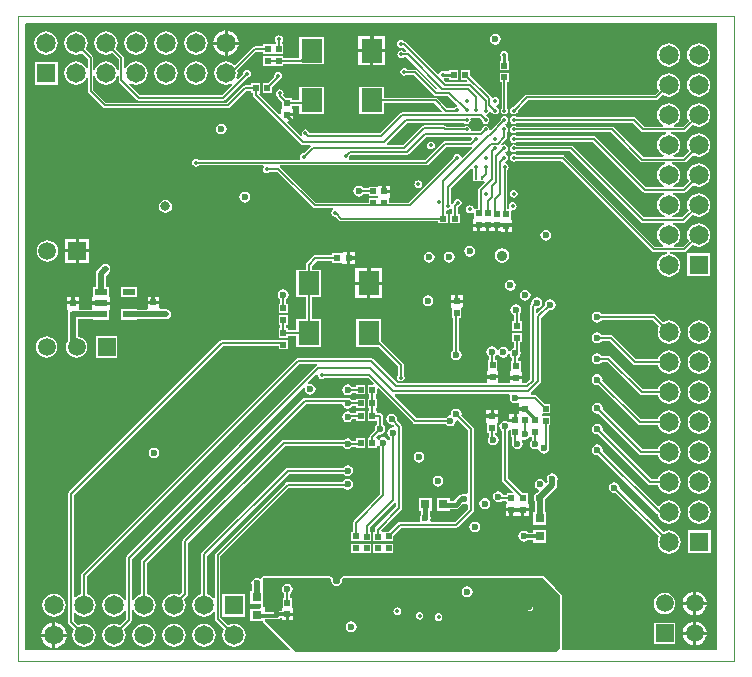
<source format=gbl>
G04*
G04 #@! TF.GenerationSoftware,Altium Limited,Altium NEXUS,3.1.12 (69)*
G04*
G04 Layer_Physical_Order=4*
G04 Layer_Color=16711680*
%FSLAX25Y25*%
%MOIN*%
G70*
G04*
G04 #@! TF.SameCoordinates,C12BC461-16F2-471F-B13C-3D38B02939EA*
G04*
G04*
G04 #@! TF.FilePolarity,Positive*
G04*
G01*
G75*
%ADD13C,0.00787*%
%ADD16C,0.00000*%
%ADD18R,0.03150X0.03150*%
%ADD21C,0.01378*%
%ADD24R,0.03150X0.03150*%
%ADD53R,0.01968X0.01968*%
%ADD54R,0.01968X0.01968*%
%ADD55C,0.00591*%
%ADD56C,0.01200*%
%ADD58C,0.00800*%
%ADD59C,0.02000*%
%ADD60C,0.00600*%
%ADD62C,0.01000*%
%ADD63C,0.01600*%
%ADD64C,0.05906*%
%ADD65R,0.05906X0.05906*%
%ADD66C,0.06496*%
%ADD67R,0.06496X0.06496*%
%ADD68R,0.06496X0.06496*%
%ADD69C,0.03543*%
%ADD70C,0.02362*%
%ADD71C,0.03150*%
%ADD83R,0.01102X0.01181*%
%ADD84R,0.07087X0.07874*%
%ADD85R,0.04134X0.02362*%
G36*
X178687Y23936D02*
X180660Y21963D01*
Y4897D01*
Y4207D01*
X179379Y2926D01*
X92633Y2926D01*
X82195Y13364D01*
X82199Y13864D01*
X86453D01*
X86918Y13957D01*
X87312Y14220D01*
X87348Y14274D01*
X87854D01*
Y13518D01*
X89338D01*
Y15502D01*
X89838D01*
Y16002D01*
X91822D01*
Y17486D01*
X91707D01*
X91413Y17864D01*
X91413Y17986D01*
Y21014D01*
X90848D01*
Y22376D01*
X91118Y22556D01*
X91509Y23142D01*
X91646Y23833D01*
X91509Y24524D01*
X91118Y25110D01*
X90531Y25502D01*
X89840Y25639D01*
X89149Y25502D01*
X88563Y25110D01*
X88171Y24524D01*
X88034Y23833D01*
X88171Y23142D01*
X88563Y22556D01*
X88828Y22378D01*
Y21014D01*
X88263D01*
Y17986D01*
X88263Y17864D01*
X87969Y17486D01*
X87854D01*
Y16702D01*
X86453D01*
X85989Y16610D01*
X85595Y16346D01*
X85558Y16292D01*
X82192D01*
Y17865D01*
X81691D01*
Y19030D01*
X81783D01*
Y23361D01*
X81691D01*
Y27519D01*
X104060D01*
X104471Y27019D01*
X104419Y26759D01*
X104556Y26068D01*
X104948Y25482D01*
X105534Y25090D01*
X106225Y24953D01*
X106916Y25090D01*
X107502Y25482D01*
X107894Y26068D01*
X108031Y26759D01*
X107980Y27019D01*
X108390Y27519D01*
X175104Y27519D01*
X178687Y23936D01*
D02*
G37*
G36*
X233041Y212515D02*
X233163Y3897D01*
X232809Y3543D01*
X181553D01*
X181231Y4043D01*
X181299Y4207D01*
Y4897D01*
Y21963D01*
X181112Y22415D01*
X179139Y24388D01*
X175556Y27971D01*
X175104Y28158D01*
X108390Y28158D01*
X108359Y28146D01*
X108327Y28155D01*
X108137Y28054D01*
X107938Y27971D01*
X107925Y27940D01*
X107896Y27924D01*
X107486Y27424D01*
X107476Y27393D01*
X107448Y27374D01*
X107406Y27163D01*
X107344Y26956D01*
X107359Y26927D01*
X107353Y26894D01*
X107380Y26759D01*
X107292Y26317D01*
X107042Y25943D01*
X106667Y25692D01*
X106225Y25605D01*
X105783Y25692D01*
X105409Y25943D01*
X105158Y26317D01*
X105070Y26759D01*
X105097Y26894D01*
X105091Y26927D01*
X105107Y26956D01*
X105044Y27163D01*
X105002Y27374D01*
X104974Y27393D01*
X104965Y27424D01*
X104554Y27924D01*
X104525Y27940D01*
X104512Y27971D01*
X104313Y28054D01*
X104123Y28155D01*
X104091Y28146D01*
X104060Y28158D01*
X81691D01*
X81239Y27971D01*
X81082Y27593D01*
X80843Y27446D01*
X80552Y27346D01*
X80330Y27494D01*
X79639Y27631D01*
X78948Y27494D01*
X78362Y27102D01*
X77970Y26516D01*
X77833Y25825D01*
X77970Y25134D01*
X77996Y25096D01*
Y23361D01*
X77452D01*
Y19030D01*
X81052D01*
Y17865D01*
X80778Y17456D01*
X77452D01*
Y13125D01*
X81655D01*
X81739Y12916D01*
X81742Y12915D01*
X81743Y12912D01*
X90650Y4005D01*
X90459Y3543D01*
X2500D01*
X2472Y212161D01*
X2826Y212515D01*
X233041Y212515D01*
D02*
G37*
%LPC*%
G36*
X149747Y24866D02*
X149056Y24729D01*
X148470Y24337D01*
X148078Y23751D01*
X147941Y23060D01*
X148078Y22369D01*
X148470Y21783D01*
X149056Y21391D01*
X149747Y21254D01*
X150438Y21391D01*
X151024Y21783D01*
X151416Y22369D01*
X151553Y23060D01*
X151416Y23751D01*
X151024Y24337D01*
X150438Y24729D01*
X149747Y24866D01*
D02*
G37*
G36*
X170306Y19094D02*
X169922Y19017D01*
X169597Y18800D01*
X169379Y18474D01*
X169303Y18090D01*
X169379Y17706D01*
X169597Y17380D01*
X170074Y16903D01*
X170399Y16686D01*
X170783Y16610D01*
X171167Y16686D01*
X171493Y16903D01*
X171710Y17229D01*
X171787Y17613D01*
X171710Y17997D01*
X171493Y18323D01*
X171016Y18800D01*
X170690Y19017D01*
X170306Y19094D01*
D02*
G37*
G36*
X126467Y17840D02*
X125968Y17740D01*
X125545Y17458D01*
X125262Y17034D01*
X125163Y16535D01*
X125262Y16036D01*
X125545Y15613D01*
X125968Y15330D01*
X126467Y15230D01*
X126966Y15330D01*
X127390Y15613D01*
X127673Y16036D01*
X127772Y16535D01*
X127673Y17034D01*
X127390Y17458D01*
X126966Y17740D01*
X126467Y17840D01*
D02*
G37*
G36*
X133851Y16372D02*
X133352Y16272D01*
X132929Y15990D01*
X132646Y15566D01*
X132547Y15067D01*
X132646Y14568D01*
X132929Y14145D01*
X133352Y13862D01*
X133851Y13762D01*
X134350Y13862D01*
X134774Y14145D01*
X135056Y14568D01*
X135156Y15067D01*
X135056Y15566D01*
X134774Y15990D01*
X134350Y16272D01*
X133851Y16372D01*
D02*
G37*
G36*
X91822Y15002D02*
X90338D01*
Y13518D01*
X91822D01*
Y15002D01*
D02*
G37*
G36*
X140189Y15904D02*
X139690Y15804D01*
X139267Y15521D01*
X138984Y15098D01*
X138885Y14599D01*
X138984Y14100D01*
X139267Y13677D01*
X139690Y13394D01*
X140189Y13295D01*
X140688Y13394D01*
X141112Y13677D01*
X141394Y14100D01*
X141494Y14599D01*
X141394Y15098D01*
X141112Y15521D01*
X140688Y15804D01*
X140189Y15904D01*
D02*
G37*
G36*
X111125Y13252D02*
X110434Y13115D01*
X109848Y12723D01*
X109456Y12137D01*
X109319Y11446D01*
X109456Y10755D01*
X109848Y10169D01*
X110434Y9777D01*
X111125Y9640D01*
X111816Y9777D01*
X112402Y10169D01*
X112794Y10755D01*
X112932Y11446D01*
X112794Y12137D01*
X112402Y12723D01*
X111816Y13115D01*
X111125Y13252D01*
D02*
G37*
G36*
X69860Y210171D02*
Y206452D01*
X73579D01*
X73499Y207061D01*
X73071Y208094D01*
X72390Y208982D01*
X71503Y209663D01*
X70469Y210091D01*
X69860Y210171D01*
D02*
G37*
G36*
X68860D02*
X68251Y210091D01*
X67218Y209663D01*
X66330Y208982D01*
X65649Y208094D01*
X65222Y207061D01*
X65141Y206452D01*
X68860D01*
Y210171D01*
D02*
G37*
G36*
X159160Y209055D02*
X158469Y208918D01*
X157883Y208526D01*
X157491Y207940D01*
X157354Y207249D01*
X157491Y206558D01*
X157883Y205972D01*
X158469Y205580D01*
X159160Y205443D01*
X159851Y205580D01*
X160438Y205972D01*
X160829Y206558D01*
X160967Y207249D01*
X160829Y207940D01*
X160438Y208526D01*
X159851Y208918D01*
X159160Y209055D01*
D02*
G37*
G36*
X122508Y208351D02*
X118464D01*
Y203914D01*
X122508D01*
Y208351D01*
D02*
G37*
G36*
X117464D02*
X113421D01*
Y203914D01*
X117464D01*
Y208351D01*
D02*
G37*
G36*
X59360Y209824D02*
X58358Y209692D01*
X57424Y209305D01*
X56622Y208690D01*
X56007Y207888D01*
X55620Y206954D01*
X55489Y205952D01*
X55620Y204950D01*
X56007Y204016D01*
X56622Y203214D01*
X57424Y202599D01*
X58358Y202212D01*
X59360Y202080D01*
X60362Y202212D01*
X61296Y202599D01*
X62098Y203214D01*
X62713Y204016D01*
X63100Y204950D01*
X63232Y205952D01*
X63100Y206954D01*
X62713Y207888D01*
X62098Y208690D01*
X61296Y209305D01*
X60362Y209692D01*
X59360Y209824D01*
D02*
G37*
G36*
X49360D02*
X48358Y209692D01*
X47424Y209305D01*
X46622Y208690D01*
X46007Y207888D01*
X45620Y206954D01*
X45489Y205952D01*
X45620Y204950D01*
X46007Y204016D01*
X46622Y203214D01*
X47424Y202599D01*
X48358Y202212D01*
X49360Y202080D01*
X50362Y202212D01*
X51296Y202599D01*
X52098Y203214D01*
X52713Y204016D01*
X53100Y204950D01*
X53232Y205952D01*
X53100Y206954D01*
X52713Y207888D01*
X52098Y208690D01*
X51296Y209305D01*
X50362Y209692D01*
X49360Y209824D01*
D02*
G37*
G36*
X39360D02*
X38358Y209692D01*
X37424Y209305D01*
X36623Y208690D01*
X36007Y207888D01*
X35620Y206954D01*
X35489Y205952D01*
X35620Y204950D01*
X36007Y204016D01*
X36623Y203214D01*
X37424Y202599D01*
X38358Y202212D01*
X39360Y202080D01*
X40362Y202212D01*
X41296Y202599D01*
X42098Y203214D01*
X42713Y204016D01*
X43100Y204950D01*
X43232Y205952D01*
X43100Y206954D01*
X42713Y207888D01*
X42098Y208690D01*
X41296Y209305D01*
X40362Y209692D01*
X39360Y209824D01*
D02*
G37*
G36*
X9360D02*
X8358Y209692D01*
X7424Y209305D01*
X6622Y208690D01*
X6007Y207888D01*
X5620Y206954D01*
X5488Y205952D01*
X5620Y204950D01*
X6007Y204016D01*
X6622Y203214D01*
X7424Y202599D01*
X8358Y202212D01*
X9360Y202080D01*
X10362Y202212D01*
X11296Y202599D01*
X12098Y203214D01*
X12713Y204016D01*
X13100Y204950D01*
X13232Y205952D01*
X13100Y206954D01*
X12713Y207888D01*
X12098Y208690D01*
X11296Y209305D01*
X10362Y209692D01*
X9360Y209824D01*
D02*
G37*
G36*
X73579Y205452D02*
X69860D01*
Y201733D01*
X70469Y201813D01*
X71503Y202241D01*
X72390Y202922D01*
X73071Y203810D01*
X73499Y204843D01*
X73579Y205452D01*
D02*
G37*
G36*
X68860D02*
X65141D01*
X65222Y204843D01*
X65649Y203810D01*
X66330Y202922D01*
X67218Y202241D01*
X68251Y201813D01*
X68860Y201733D01*
Y205452D01*
D02*
G37*
G36*
X102098Y207877D02*
X93830D01*
Y200797D01*
X88618D01*
X88591Y200815D01*
X88451Y200843D01*
Y201531D01*
X85301D01*
Y201531D01*
X84970Y201556D01*
Y201556D01*
X84812Y201556D01*
X81820D01*
Y198406D01*
X84970D01*
Y198406D01*
X85301Y198381D01*
Y198381D01*
X85460Y198381D01*
X88451D01*
Y198991D01*
X93830D01*
Y198822D01*
X102098D01*
Y207877D01*
D02*
G37*
G36*
X122508Y202914D02*
X118464D01*
Y198477D01*
X122508D01*
Y202914D01*
D02*
G37*
G36*
X117464D02*
X113421D01*
Y198477D01*
X117464D01*
Y202914D01*
D02*
G37*
G36*
X226871Y205862D02*
X225869Y205730D01*
X224935Y205343D01*
X224133Y204728D01*
X223518Y203926D01*
X223131Y202992D01*
X223000Y201990D01*
X223131Y200988D01*
X223518Y200054D01*
X224133Y199252D01*
X224935Y198637D01*
X225869Y198250D01*
X226871Y198118D01*
X227873Y198250D01*
X228807Y198637D01*
X229609Y199252D01*
X230224Y200054D01*
X230611Y200988D01*
X230743Y201990D01*
X230611Y202992D01*
X230224Y203926D01*
X229609Y204728D01*
X228807Y205343D01*
X227873Y205730D01*
X226871Y205862D01*
D02*
G37*
G36*
X216871D02*
X215869Y205730D01*
X214935Y205343D01*
X214134Y204728D01*
X213518Y203926D01*
X213131Y202992D01*
X213000Y201990D01*
X213131Y200988D01*
X213518Y200054D01*
X214134Y199252D01*
X214935Y198637D01*
X215869Y198250D01*
X216871Y198118D01*
X217873Y198250D01*
X218807Y198637D01*
X219609Y199252D01*
X220224Y200054D01*
X220611Y200988D01*
X220743Y201990D01*
X220611Y202992D01*
X220224Y203926D01*
X219609Y204728D01*
X218807Y205343D01*
X217873Y205730D01*
X216871Y205862D01*
D02*
G37*
G36*
X29360Y209824D02*
X28358Y209692D01*
X27424Y209305D01*
X26623Y208690D01*
X26007Y207888D01*
X25620Y206954D01*
X25488Y205952D01*
X25620Y204950D01*
X26007Y204016D01*
X26623Y203214D01*
X27424Y202599D01*
X28358Y202212D01*
X29360Y202080D01*
X30362Y202212D01*
X31296Y202599D01*
X31375Y202660D01*
X33576Y200459D01*
Y197053D01*
X33100Y196954D01*
X32713Y197888D01*
X32098Y198690D01*
X31296Y199305D01*
X30362Y199692D01*
X29360Y199824D01*
X28358Y199692D01*
X27424Y199305D01*
X26623Y198690D01*
X26007Y197888D01*
X25620Y196954D01*
X25608Y196863D01*
X25108Y196895D01*
Y201107D01*
X25040Y201453D01*
X24844Y201746D01*
X24844Y201746D01*
X22652Y203937D01*
X22713Y204016D01*
X23100Y204950D01*
X23232Y205952D01*
X23100Y206954D01*
X22713Y207888D01*
X22098Y208690D01*
X21296Y209305D01*
X20362Y209692D01*
X19360Y209824D01*
X18358Y209692D01*
X17424Y209305D01*
X16623Y208690D01*
X16007Y207888D01*
X15620Y206954D01*
X15488Y205952D01*
X15620Y204950D01*
X16007Y204016D01*
X16623Y203214D01*
X17424Y202599D01*
X18358Y202212D01*
X19360Y202080D01*
X20362Y202212D01*
X21296Y202599D01*
X21375Y202660D01*
X23302Y200733D01*
Y197773D01*
X22802Y197673D01*
X22713Y197888D01*
X22098Y198690D01*
X21296Y199305D01*
X20362Y199692D01*
X19360Y199824D01*
X18358Y199692D01*
X17424Y199305D01*
X16623Y198690D01*
X16007Y197888D01*
X15620Y196954D01*
X15488Y195952D01*
X15620Y194950D01*
X16007Y194016D01*
X16623Y193214D01*
X17424Y192599D01*
X18358Y192212D01*
X19360Y192080D01*
X20362Y192212D01*
X21296Y192599D01*
X22098Y193214D01*
X22713Y194016D01*
X22802Y194231D01*
X23302Y194131D01*
Y189864D01*
X23371Y189518D01*
X23566Y189225D01*
X28286Y184506D01*
X28286Y184506D01*
X28578Y184311D01*
X28924Y184242D01*
X69924D01*
X70270Y184311D01*
X70563Y184506D01*
X76098Y190042D01*
X77627D01*
Y189370D01*
X78299D01*
Y188745D01*
X78368Y188399D01*
X78563Y188106D01*
X94365Y172305D01*
X94657Y172110D01*
X95003Y172041D01*
X97343D01*
X97550Y171541D01*
X95346Y169337D01*
X95323Y169342D01*
X94824Y169242D01*
X94401Y168959D01*
X94118Y168536D01*
X94019Y168037D01*
X94118Y167538D01*
X94147Y167494D01*
X93880Y166994D01*
X60312D01*
X60299Y167014D01*
X59875Y167296D01*
X59376Y167396D01*
X58877Y167296D01*
X58454Y167014D01*
X58171Y166590D01*
X58072Y166091D01*
X58171Y165592D01*
X58454Y165169D01*
X58877Y164886D01*
X59376Y164786D01*
X59875Y164886D01*
X60299Y165169D01*
X60312Y165188D01*
X81710D01*
X81723Y165175D01*
X81932Y164688D01*
X81755Y164423D01*
X81656Y163924D01*
X81755Y163425D01*
X82038Y163002D01*
X82461Y162719D01*
X82960Y162619D01*
X83459Y162719D01*
X83883Y163002D01*
X83896Y163021D01*
X86454D01*
X98269Y151206D01*
X98269Y151206D01*
X98562Y151011D01*
X98907Y150942D01*
X98907Y150942D01*
X104944D01*
X105096Y150442D01*
X104850Y150277D01*
X104567Y149854D01*
X104468Y149355D01*
X104567Y148856D01*
X104850Y148433D01*
X105273Y148150D01*
X105772Y148050D01*
X105865Y148069D01*
X107168Y146765D01*
X107462Y146570D01*
X107807Y146501D01*
X140139D01*
Y145829D01*
X143289D01*
Y148979D01*
X142739D01*
Y150056D01*
X143239Y150405D01*
X143467Y150359D01*
X143966Y150459D01*
X144247Y150647D01*
X144705Y150463D01*
X144747Y150425D01*
Y148979D01*
X144076D01*
Y145829D01*
X147225D01*
Y148979D01*
X146554D01*
Y151373D01*
X146554Y151374D01*
X147053Y151473D01*
X147477Y151756D01*
X147759Y152179D01*
X147859Y152678D01*
X147759Y153177D01*
X147477Y153601D01*
X147053Y153883D01*
X146554Y153983D01*
X146055Y153883D01*
X145632Y153601D01*
X145349Y153177D01*
X145250Y152678D01*
X144845Y152436D01*
X144840Y152435D01*
X144458Y152484D01*
X144390Y152586D01*
X144370Y152599D01*
Y157638D01*
X150972Y164239D01*
X151514Y164075D01*
X151520Y164048D01*
X151802Y163625D01*
X151822Y163612D01*
Y162262D01*
X151538D01*
Y159900D01*
X155298Y159900D01*
X155322D01*
D01*
X155369Y159900D01*
X155576Y159400D01*
X153641Y157466D01*
X153446Y157173D01*
X153377Y156827D01*
Y150708D01*
X152172Y150708D01*
X151855Y151064D01*
X151809Y151132D01*
X151572Y151488D01*
X151148Y151770D01*
X150649Y151870D01*
X150150Y151770D01*
X149727Y151488D01*
X149444Y151064D01*
X149345Y150565D01*
X149444Y150066D01*
X149727Y149643D01*
X150150Y149360D01*
X150649Y149260D01*
X151148Y149360D01*
X151492Y149590D01*
X151794Y149500D01*
X151992Y149372D01*
Y147680D01*
X151992Y147558D01*
X151698Y147180D01*
X151583D01*
Y145696D01*
X153567D01*
Y145196D01*
X154067D01*
Y143212D01*
X155551D01*
Y143220D01*
X156101D01*
Y145204D01*
X157101D01*
Y143220D01*
X157694D01*
Y143185D01*
X159178D01*
Y145169D01*
X160178D01*
Y143185D01*
X160858D01*
Y143038D01*
X162342D01*
Y145022D01*
X162842D01*
Y145522D01*
X164826D01*
Y147006D01*
X164712D01*
X164417Y147384D01*
X164417Y147506D01*
Y149897D01*
X164917Y150307D01*
X164925Y150305D01*
X165424Y150405D01*
X165848Y150688D01*
X166130Y151111D01*
X166230Y151610D01*
X166130Y152109D01*
X165848Y152532D01*
X165424Y152815D01*
X164925Y152915D01*
X164426Y152815D01*
X164003Y152532D01*
X163720Y152109D01*
X163621Y151610D01*
X163705Y151185D01*
X163537Y150934D01*
X163355Y150757D01*
X163092Y150823D01*
Y163585D01*
X163152Y163625D01*
X163435Y164048D01*
X163534Y164548D01*
X163435Y165047D01*
X163152Y165470D01*
X162729Y165753D01*
X162675Y165763D01*
X162538Y165895D01*
X162409Y166326D01*
X162524Y166481D01*
X162657Y166508D01*
X163080Y166791D01*
X163363Y167214D01*
X163462Y167713D01*
X163363Y168212D01*
X163080Y168635D01*
X162657Y168918D01*
X162484Y169463D01*
X162561Y169616D01*
X162675Y169639D01*
X163099Y169922D01*
X163381Y170345D01*
X163481Y170844D01*
X163381Y171343D01*
X163099Y171766D01*
X162675Y172049D01*
X162176Y172149D01*
X161677Y172049D01*
X161505Y171935D01*
X161461Y171905D01*
X161397Y171878D01*
X161162Y172164D01*
D01*
X161095Y172246D01*
X161119Y172289D01*
X162812Y173982D01*
X163008Y174275D01*
X163077Y174620D01*
X163077Y174620D01*
Y176210D01*
X163096Y176223D01*
X163379Y176647D01*
X163478Y177146D01*
X163379Y177645D01*
X163096Y178068D01*
X162673Y178351D01*
X162422Y178911D01*
X162485Y179057D01*
X162677Y179095D01*
X163101Y179378D01*
X163383Y179801D01*
X163483Y180300D01*
X163383Y180799D01*
X163101Y181222D01*
X162677Y181505D01*
X162178Y181605D01*
X161679Y181505D01*
X161256Y181222D01*
X160973Y180799D01*
X160874Y180300D01*
X160878Y180277D01*
X157666Y177065D01*
X157488Y177095D01*
X157156Y177262D01*
X157080Y177645D01*
X156797Y178068D01*
X156374Y178351D01*
X155874Y178450D01*
X155375Y178351D01*
X154952Y178068D01*
X154669Y177645D01*
X154570Y177146D01*
X154574Y177123D01*
X153926Y176474D01*
X151221D01*
X150846Y176974D01*
X150880Y177146D01*
X150780Y177645D01*
X150498Y178068D01*
X150074Y178351D01*
X149575Y178450D01*
X149076Y178351D01*
X148653Y178068D01*
X148640Y178049D01*
X142847D01*
X142647Y178249D01*
X142354Y178445D01*
X142009Y178513D01*
X135270D01*
X134924Y178445D01*
X134632Y178249D01*
X128410Y172027D01*
X123101D01*
X122894Y172527D01*
X129759Y179392D01*
X148640D01*
X148653Y179373D01*
X149076Y179090D01*
X149575Y178991D01*
X150074Y179090D01*
X150498Y179373D01*
X150780Y179796D01*
X150880Y180296D01*
X150841Y180490D01*
X151206Y180990D01*
X153903D01*
X154574Y180318D01*
X154570Y180296D01*
X154669Y179796D01*
X154952Y179373D01*
X155375Y179090D01*
X155874Y178991D01*
X156374Y179090D01*
X156797Y179373D01*
X157080Y179796D01*
X157179Y180296D01*
X157080Y180795D01*
X156797Y181218D01*
X156374Y181501D01*
X156190Y181537D01*
X156127Y181681D01*
X156374Y182240D01*
X156797Y182523D01*
X157080Y182946D01*
X157638Y183192D01*
X157782Y183130D01*
X157819Y182946D01*
X158101Y182523D01*
X158525Y182240D01*
X159024Y182141D01*
X159523Y182240D01*
X159947Y182523D01*
X160229Y182946D01*
X160329Y183445D01*
X160229Y183944D01*
X159947Y184368D01*
X159523Y184650D01*
X159339Y184687D01*
X159277Y184831D01*
X159523Y185389D01*
X159947Y185672D01*
X160229Y186095D01*
X160329Y186595D01*
X160229Y187094D01*
X159947Y187517D01*
X159523Y187800D01*
X159024Y187899D01*
X158525Y187800D01*
X158379Y187703D01*
X158268Y187680D01*
X158257Y187680D01*
X157802Y187884D01*
X157796Y187891D01*
X157604Y188178D01*
X157604Y188178D01*
X150717Y195065D01*
Y196938D01*
X147567D01*
Y193788D01*
X149440D01*
X149767Y193461D01*
X149575Y192999D01*
X142572D01*
X141960Y193611D01*
X142125Y194154D01*
X142145Y194158D01*
X142285Y194251D01*
X143630D01*
Y193788D01*
X146780D01*
Y196938D01*
X143630D01*
Y196475D01*
X142285D01*
X142145Y196568D01*
X141646Y196668D01*
X141147Y196568D01*
X140724Y196285D01*
X140441Y195862D01*
X140437Y195842D01*
X139894Y195677D01*
X129342Y206229D01*
X129049Y206425D01*
X128704Y206494D01*
X128687D01*
X128637Y206570D01*
X128213Y206852D01*
X127714Y206952D01*
X127215Y206852D01*
X126792Y206570D01*
X126509Y206146D01*
X126410Y205647D01*
X126509Y205148D01*
X126792Y204725D01*
X127215Y204442D01*
X127714Y204343D01*
X128213Y204442D01*
X128430Y204587D01*
X129425Y203592D01*
X129217Y203092D01*
X128697D01*
X128684Y203112D01*
X128260Y203394D01*
X127761Y203494D01*
X127262Y203394D01*
X126839Y203112D01*
X126556Y202688D01*
X126457Y202189D01*
X126556Y201690D01*
X126839Y201267D01*
X127262Y200984D01*
X127761Y200884D01*
X128260Y200984D01*
X128684Y201267D01*
X128697Y201286D01*
X129502D01*
X139783Y191005D01*
X139619Y190462D01*
X139541Y190447D01*
X133134Y196854D01*
X132841Y197049D01*
X132495Y197118D01*
X129829D01*
X129697Y197317D01*
X129273Y197599D01*
X128774Y197699D01*
X128275Y197599D01*
X127852Y197317D01*
X127569Y196893D01*
X127470Y196394D01*
X127569Y195895D01*
X127852Y195472D01*
X128275Y195189D01*
X128774Y195089D01*
X129273Y195189D01*
X129458Y195312D01*
X132121D01*
X138806Y188626D01*
X138806Y188626D01*
X139100Y188431D01*
X139445Y188362D01*
X143381D01*
X146487Y185256D01*
X146471Y185125D01*
X146290Y184746D01*
X145926Y184673D01*
X145503Y184390D01*
X145475Y184348D01*
X142934D01*
X139830Y187453D01*
X139537Y187648D01*
X139191Y187717D01*
X122098D01*
Y191342D01*
X113830D01*
Y182287D01*
X122098D01*
Y185911D01*
X138817D01*
X141432Y183296D01*
X141225Y182796D01*
X127996D01*
X127650Y182727D01*
X127357Y182532D01*
X120747Y175921D01*
X97114D01*
X97031Y176336D01*
X96749Y176760D01*
X96325Y177042D01*
X95826Y177142D01*
X95327Y177042D01*
X94904Y176760D01*
X94621Y176336D01*
X94522Y175837D01*
X94621Y175338D01*
X94675Y175256D01*
X94287Y174937D01*
X89694Y179531D01*
X89885Y179993D01*
X91593D01*
Y181477D01*
X89609D01*
Y182477D01*
X91593D01*
Y183961D01*
X91479D01*
X91184Y184339D01*
X91184Y184461D01*
Y185011D01*
X93830D01*
Y182287D01*
X102098D01*
Y191342D01*
X93830D01*
Y186817D01*
X91184D01*
Y187489D01*
X89312D01*
X88338Y188463D01*
X88476Y188669D01*
X88575Y189168D01*
X88476Y189667D01*
X88193Y190091D01*
X87769Y190373D01*
X87270Y190473D01*
X86771Y190373D01*
X86348Y190091D01*
X86065Y189667D01*
X85966Y189168D01*
X86065Y188669D01*
X86348Y188246D01*
X86452Y188176D01*
Y188168D01*
X86521Y187822D01*
X86717Y187529D01*
X88034Y186212D01*
Y184461D01*
X88034Y184339D01*
X87740Y183961D01*
X87625D01*
Y182253D01*
X87163Y182062D01*
X80354Y188870D01*
X80561Y189370D01*
X80777D01*
Y192520D01*
X77627D01*
Y191848D01*
X75724D01*
X75379Y191779D01*
X75086Y191584D01*
X69550Y186048D01*
X29298D01*
X25108Y190238D01*
Y195009D01*
X25608Y195042D01*
X25620Y194950D01*
X26007Y194016D01*
X26623Y193214D01*
X27424Y192599D01*
X28358Y192212D01*
X29360Y192080D01*
X30362Y192212D01*
X31296Y192599D01*
X32098Y193214D01*
X32713Y194016D01*
X33100Y194950D01*
X33576Y194851D01*
Y193536D01*
X33645Y193190D01*
X33841Y192897D01*
X39707Y187031D01*
X39999Y186836D01*
X40345Y186767D01*
X40345Y186767D01*
X68269D01*
X68615Y186836D01*
X68908Y187031D01*
X76333Y194457D01*
X76356Y194452D01*
X76855Y194552D01*
X77279Y194835D01*
X77561Y195258D01*
X77661Y195757D01*
X77561Y196256D01*
X77279Y196679D01*
X76855Y196962D01*
X76356Y197062D01*
X75857Y196962D01*
X75434Y196679D01*
X75151Y196256D01*
X75052Y195757D01*
X75056Y195734D01*
X73195Y193873D01*
X72771Y194157D01*
X73100Y194950D01*
X73232Y195952D01*
X73114Y196848D01*
X79280Y203015D01*
X81820D01*
Y202343D01*
X84812D01*
X85301Y202318D01*
X85460Y202318D01*
X88451D01*
Y205468D01*
X87899D01*
Y206296D01*
X87919Y206309D01*
X88201Y206732D01*
X88301Y207231D01*
X88201Y207730D01*
X87919Y208154D01*
X87495Y208436D01*
X86996Y208536D01*
X86497Y208436D01*
X86074Y208154D01*
X85791Y207730D01*
X85692Y207231D01*
X85791Y206732D01*
X86074Y206309D01*
X86093Y206296D01*
Y205821D01*
X85739Y205468D01*
X85459D01*
X84970Y205493D01*
X84812Y205493D01*
X81820D01*
Y204821D01*
X78906D01*
X78906Y204821D01*
X78561Y204752D01*
X78268Y204557D01*
X78267Y204557D01*
X72382Y198671D01*
X72098Y198690D01*
X71296Y199305D01*
X70362Y199692D01*
X69360Y199824D01*
X68358Y199692D01*
X67424Y199305D01*
X66623Y198690D01*
X66007Y197888D01*
X65620Y196954D01*
X65488Y195952D01*
X65620Y194950D01*
X66007Y194016D01*
X66623Y193214D01*
X67424Y192599D01*
X68358Y192212D01*
X69360Y192080D01*
X70362Y192212D01*
X71156Y192541D01*
X71439Y192117D01*
X67895Y188573D01*
X40719D01*
X36992Y192301D01*
X37322Y192677D01*
X37424Y192599D01*
X38358Y192212D01*
X39360Y192080D01*
X40362Y192212D01*
X41296Y192599D01*
X42098Y193214D01*
X42713Y194016D01*
X43100Y194950D01*
X43232Y195952D01*
X43100Y196954D01*
X42713Y197888D01*
X42098Y198690D01*
X41296Y199305D01*
X40362Y199692D01*
X39360Y199824D01*
X38358Y199692D01*
X37424Y199305D01*
X36623Y198690D01*
X36007Y197888D01*
X35882Y197587D01*
X35382Y197686D01*
Y200833D01*
X35314Y201179D01*
X35118Y201472D01*
X32652Y203937D01*
X32713Y204016D01*
X33100Y204950D01*
X33232Y205952D01*
X33100Y206954D01*
X32713Y207888D01*
X32098Y208690D01*
X31296Y209305D01*
X30362Y209692D01*
X29360Y209824D01*
D02*
G37*
G36*
X162099Y203349D02*
X161600Y203249D01*
X161177Y202966D01*
X160894Y202543D01*
X160795Y202044D01*
X160894Y201545D01*
X161008Y201374D01*
Y200006D01*
X160545D01*
Y196856D01*
X163695D01*
Y200006D01*
X163232D01*
Y201436D01*
X163304Y201545D01*
X163404Y202044D01*
X163304Y202543D01*
X163022Y202966D01*
X162598Y203249D01*
X162099Y203349D01*
D02*
G37*
G36*
X13199Y199791D02*
X5522D01*
Y192113D01*
X13199D01*
Y199791D01*
D02*
G37*
G36*
X59360Y199824D02*
X58358Y199692D01*
X57424Y199305D01*
X56622Y198690D01*
X56007Y197888D01*
X55620Y196954D01*
X55489Y195952D01*
X55620Y194950D01*
X56007Y194016D01*
X56622Y193214D01*
X57424Y192599D01*
X58358Y192212D01*
X59360Y192080D01*
X60362Y192212D01*
X61296Y192599D01*
X62098Y193214D01*
X62713Y194016D01*
X63100Y194950D01*
X63232Y195952D01*
X63100Y196954D01*
X62713Y197888D01*
X62098Y198690D01*
X61296Y199305D01*
X60362Y199692D01*
X59360Y199824D01*
D02*
G37*
G36*
X49360D02*
X48358Y199692D01*
X47424Y199305D01*
X46622Y198690D01*
X46007Y197888D01*
X45620Y196954D01*
X45489Y195952D01*
X45620Y194950D01*
X46007Y194016D01*
X46622Y193214D01*
X47424Y192599D01*
X48358Y192212D01*
X49360Y192080D01*
X50362Y192212D01*
X51296Y192599D01*
X52098Y193214D01*
X52713Y194016D01*
X53100Y194950D01*
X53232Y195952D01*
X53100Y196954D01*
X52713Y197888D01*
X52098Y198690D01*
X51296Y199305D01*
X50362Y199692D01*
X49360Y199824D01*
D02*
G37*
G36*
X86738Y196390D02*
X86239Y196290D01*
X85816Y196008D01*
X85533Y195584D01*
X85434Y195085D01*
X85528Y194611D01*
X83437Y192520D01*
X81564D01*
Y189370D01*
X84714D01*
Y191243D01*
X87377Y193905D01*
X87377Y193905D01*
X87458Y194027D01*
X87661Y194163D01*
X87943Y194586D01*
X88043Y195085D01*
X87943Y195584D01*
X87661Y196008D01*
X87237Y196290D01*
X86738Y196390D01*
D02*
G37*
G36*
X226871Y195862D02*
X225869Y195730D01*
X224935Y195343D01*
X224133Y194728D01*
X223518Y193926D01*
X223131Y192992D01*
X223000Y191990D01*
X223131Y190988D01*
X223518Y190054D01*
X224133Y189252D01*
X224935Y188637D01*
X225869Y188250D01*
X226871Y188118D01*
X227873Y188250D01*
X228807Y188637D01*
X229609Y189252D01*
X230224Y190054D01*
X230611Y190988D01*
X230743Y191990D01*
X230611Y192992D01*
X230224Y193926D01*
X229609Y194728D01*
X228807Y195343D01*
X227873Y195730D01*
X226871Y195862D01*
D02*
G37*
G36*
X216871D02*
X215869Y195730D01*
X214935Y195343D01*
X214134Y194728D01*
X213518Y193926D01*
X213131Y192992D01*
X213000Y191990D01*
X213131Y190988D01*
X213518Y190054D01*
X213576Y189979D01*
X212332Y188735D01*
X169705D01*
X169358Y188666D01*
X169063Y188469D01*
X165343Y184749D01*
X165326Y184753D01*
X164827Y184653D01*
X164404Y184371D01*
X164121Y183947D01*
X164022Y183448D01*
X164121Y182949D01*
X164404Y182526D01*
X164827Y182243D01*
X165326Y182143D01*
X165825Y182243D01*
X166249Y182526D01*
X166531Y182949D01*
X166631Y183448D01*
X166627Y183465D01*
X170081Y186919D01*
X212708D01*
X213056Y186988D01*
X213350Y187185D01*
X214860Y188695D01*
X214935Y188637D01*
X215869Y188250D01*
X216871Y188118D01*
X217873Y188250D01*
X218807Y188637D01*
X219609Y189252D01*
X220224Y190054D01*
X220611Y190988D01*
X220743Y191990D01*
X220611Y192992D01*
X220224Y193926D01*
X219609Y194728D01*
X218807Y195343D01*
X217873Y195730D01*
X216871Y195862D01*
D02*
G37*
G36*
X163695Y196069D02*
X160545D01*
Y192919D01*
X161262D01*
Y184383D01*
X161251Y184376D01*
X160968Y183952D01*
X160869Y183453D01*
X160968Y182954D01*
X161251Y182531D01*
X161674Y182248D01*
X162174Y182149D01*
X162673Y182248D01*
X163096Y182531D01*
X163379Y182954D01*
X163478Y183453D01*
X163379Y183952D01*
X163096Y184376D01*
X163069Y184394D01*
Y192919D01*
X163695D01*
Y196069D01*
D02*
G37*
G36*
X226871Y185862D02*
X225869Y185730D01*
X224935Y185343D01*
X224133Y184728D01*
X223518Y183926D01*
X223131Y182992D01*
X223000Y181990D01*
X223131Y180988D01*
X223518Y180054D01*
X223576Y179979D01*
X221651Y178054D01*
X218706D01*
X218607Y178554D01*
X218807Y178637D01*
X219609Y179252D01*
X220224Y180054D01*
X220611Y180988D01*
X220743Y181990D01*
X220611Y182992D01*
X220224Y183926D01*
X219609Y184728D01*
X218807Y185343D01*
X217873Y185730D01*
X216871Y185862D01*
X215869Y185730D01*
X214935Y185343D01*
X214134Y184728D01*
X213518Y183926D01*
X213131Y182992D01*
X213000Y181990D01*
X213131Y180988D01*
X213518Y180054D01*
X214134Y179252D01*
X214935Y178637D01*
X215136Y178554D01*
X215036Y178054D01*
X208828D01*
X205945Y180938D01*
X205650Y181134D01*
X205303Y181203D01*
X166255D01*
X166246Y181218D01*
X165822Y181501D01*
X165323Y181600D01*
X164824Y181501D01*
X164401Y181218D01*
X164118Y180795D01*
X164019Y180296D01*
X164118Y179796D01*
X164401Y179373D01*
X164824Y179090D01*
X165323Y178991D01*
X165822Y179090D01*
X166246Y179373D01*
X166255Y179387D01*
X204926D01*
X207810Y176504D01*
X208104Y176307D01*
X208452Y176238D01*
X215899D01*
X215932Y175738D01*
X215869Y175730D01*
X214935Y175343D01*
X214134Y174728D01*
X213518Y173926D01*
X213131Y172992D01*
X213000Y171990D01*
X213131Y170988D01*
X213518Y170054D01*
X214134Y169252D01*
X214935Y168637D01*
X215271Y168498D01*
X215172Y167998D01*
X208461D01*
X198634Y177825D01*
X198340Y178022D01*
X197992Y178091D01*
X197805Y178054D01*
X166255D01*
X166246Y178068D01*
X165822Y178351D01*
X165323Y178450D01*
X164824Y178351D01*
X164401Y178068D01*
X164118Y177645D01*
X164019Y177146D01*
X164118Y176647D01*
X164401Y176223D01*
X164824Y175941D01*
X165323Y175841D01*
X165822Y175941D01*
X166246Y176223D01*
X166255Y176238D01*
X197653D01*
X207443Y166448D01*
X207738Y166251D01*
X208085Y166182D01*
X215654D01*
X215754Y165682D01*
X214935Y165343D01*
X214134Y164728D01*
X213518Y163926D01*
X213131Y162992D01*
X213000Y161990D01*
X213131Y160988D01*
X213518Y160054D01*
X214134Y159252D01*
X214935Y158637D01*
X215452Y158423D01*
X215353Y157923D01*
X209391D01*
X192678Y174636D01*
X192383Y174833D01*
X192036Y174902D01*
X166257D01*
X166248Y174917D01*
X165824Y175199D01*
X165325Y175299D01*
X164826Y175199D01*
X164403Y174917D01*
X164120Y174494D01*
X164021Y173994D01*
X164120Y173495D01*
X164403Y173072D01*
X164826Y172789D01*
X165325Y172690D01*
X165824Y172789D01*
X166248Y173072D01*
X166257Y173086D01*
X191660D01*
X208373Y156373D01*
X208668Y156176D01*
X209015Y156107D01*
X215473D01*
X215573Y155607D01*
X214935Y155343D01*
X214134Y154728D01*
X213518Y153926D01*
X213131Y152992D01*
X213000Y151990D01*
X213131Y150988D01*
X213518Y150054D01*
X214134Y149252D01*
X214935Y148637D01*
X215609Y148358D01*
X215509Y147858D01*
X208629D01*
X184999Y171488D01*
X184705Y171685D01*
X184357Y171754D01*
X166256D01*
X166246Y171768D01*
X165823Y172051D01*
X165324Y172151D01*
X164824Y172051D01*
X164401Y171768D01*
X164119Y171345D01*
X164019Y170846D01*
X164119Y170347D01*
X164401Y169924D01*
X164824Y169641D01*
X165324Y169542D01*
X165823Y169641D01*
X166246Y169924D01*
X166256Y169938D01*
X183981D01*
X207611Y146308D01*
X207906Y146111D01*
X208253Y146042D01*
X215316D01*
X215416Y145542D01*
X214935Y145343D01*
X214134Y144728D01*
X213518Y143926D01*
X213131Y142992D01*
X213000Y141990D01*
X213131Y140988D01*
X213518Y140054D01*
X214134Y139252D01*
X214935Y138637D01*
X215020Y138602D01*
X214920Y138102D01*
X212407D01*
X182170Y168339D01*
X181876Y168536D01*
X181528Y168605D01*
X166255D01*
X166246Y168620D01*
X165822Y168902D01*
X165323Y169002D01*
X164824Y168902D01*
X164401Y168620D01*
X164118Y168196D01*
X164019Y167697D01*
X164118Y167198D01*
X164401Y166774D01*
X164824Y166492D01*
X165323Y166392D01*
X165822Y166492D01*
X166246Y166774D01*
X166255Y166789D01*
X181152D01*
X211389Y136552D01*
X211684Y136355D01*
X212031Y136286D01*
X216263D01*
X216296Y135786D01*
X215869Y135730D01*
X214935Y135343D01*
X214134Y134728D01*
X213518Y133926D01*
X213131Y132992D01*
X213000Y131990D01*
X213131Y130988D01*
X213518Y130054D01*
X214134Y129252D01*
X214935Y128637D01*
X215869Y128250D01*
X216871Y128118D01*
X217873Y128250D01*
X218807Y128637D01*
X219609Y129252D01*
X220224Y130054D01*
X220611Y130988D01*
X220743Y131990D01*
X220611Y132992D01*
X220224Y133926D01*
X219609Y134728D01*
X218807Y135343D01*
X217873Y135730D01*
X217446Y135786D01*
X217479Y136286D01*
X222075D01*
X222423Y136355D01*
X222717Y136552D01*
X224860Y138695D01*
X224935Y138637D01*
X225869Y138250D01*
X226871Y138118D01*
X227873Y138250D01*
X228807Y138637D01*
X229609Y139252D01*
X230224Y140054D01*
X230611Y140988D01*
X230743Y141990D01*
X230611Y142992D01*
X230224Y143926D01*
X229609Y144728D01*
X228807Y145343D01*
X227873Y145730D01*
X226871Y145862D01*
X225869Y145730D01*
X224935Y145343D01*
X224133Y144728D01*
X223518Y143926D01*
X223131Y142992D01*
X223000Y141990D01*
X223131Y140988D01*
X223518Y140054D01*
X223576Y139979D01*
X221699Y138102D01*
X218822D01*
X218723Y138602D01*
X218807Y138637D01*
X219609Y139252D01*
X220224Y140054D01*
X220611Y140988D01*
X220743Y141990D01*
X220611Y142992D01*
X220224Y143926D01*
X219609Y144728D01*
X218807Y145343D01*
X218327Y145542D01*
X218426Y146042D01*
X221831D01*
X222179Y146111D01*
X222473Y146308D01*
X224860Y148695D01*
X224935Y148637D01*
X225869Y148250D01*
X226871Y148118D01*
X227873Y148250D01*
X228807Y148637D01*
X229609Y149252D01*
X230224Y150054D01*
X230611Y150988D01*
X230743Y151990D01*
X230611Y152992D01*
X230224Y153926D01*
X229609Y154728D01*
X228807Y155343D01*
X227873Y155730D01*
X226871Y155862D01*
X225869Y155730D01*
X224935Y155343D01*
X224133Y154728D01*
X223518Y153926D01*
X223131Y152992D01*
X223000Y151990D01*
X223131Y150988D01*
X223518Y150054D01*
X223576Y149979D01*
X221455Y147858D01*
X218233D01*
X218133Y148358D01*
X218807Y148637D01*
X219609Y149252D01*
X220224Y150054D01*
X220611Y150988D01*
X220743Y151990D01*
X220611Y152992D01*
X220224Y153926D01*
X219609Y154728D01*
X218807Y155343D01*
X218170Y155607D01*
X218269Y156107D01*
X221896D01*
X222244Y156176D01*
X222538Y156373D01*
X224860Y158695D01*
X224935Y158637D01*
X225869Y158250D01*
X226871Y158118D01*
X227873Y158250D01*
X228807Y158637D01*
X229609Y159252D01*
X230224Y160054D01*
X230611Y160988D01*
X230743Y161990D01*
X230611Y162992D01*
X230224Y163926D01*
X229609Y164728D01*
X228807Y165343D01*
X227873Y165730D01*
X226871Y165862D01*
X225869Y165730D01*
X224935Y165343D01*
X224133Y164728D01*
X223518Y163926D01*
X223131Y162992D01*
X223000Y161990D01*
X223131Y160988D01*
X223518Y160054D01*
X223576Y159979D01*
X221520Y157923D01*
X218390D01*
X218290Y158423D01*
X218807Y158637D01*
X219609Y159252D01*
X220224Y160054D01*
X220611Y160988D01*
X220743Y161990D01*
X220611Y162992D01*
X220224Y163926D01*
X219609Y164728D01*
X218807Y165343D01*
X217989Y165682D01*
X218088Y166182D01*
X221971D01*
X222319Y166251D01*
X222613Y166448D01*
X224860Y168695D01*
X224935Y168637D01*
X225869Y168250D01*
X226871Y168118D01*
X227873Y168250D01*
X228807Y168637D01*
X229609Y169252D01*
X230224Y170054D01*
X230611Y170988D01*
X230743Y171990D01*
X230611Y172992D01*
X230224Y173926D01*
X229609Y174728D01*
X228807Y175343D01*
X227873Y175730D01*
X226871Y175862D01*
X225869Y175730D01*
X224935Y175343D01*
X224133Y174728D01*
X223518Y173926D01*
X223131Y172992D01*
X223000Y171990D01*
X223131Y170988D01*
X223518Y170054D01*
X223576Y169979D01*
X221595Y167998D01*
X218571D01*
X218471Y168498D01*
X218807Y168637D01*
X219609Y169252D01*
X220224Y170054D01*
X220611Y170988D01*
X220743Y171990D01*
X220611Y172992D01*
X220224Y173926D01*
X219609Y174728D01*
X218807Y175343D01*
X217873Y175730D01*
X217811Y175738D01*
X217844Y176238D01*
X222027D01*
X222375Y176307D01*
X222669Y176504D01*
X224860Y178695D01*
X224935Y178637D01*
X225869Y178250D01*
X226871Y178118D01*
X227873Y178250D01*
X228807Y178637D01*
X229609Y179252D01*
X230224Y180054D01*
X230611Y180988D01*
X230743Y181990D01*
X230611Y182992D01*
X230224Y183926D01*
X229609Y184728D01*
X228807Y185343D01*
X227873Y185730D01*
X226871Y185862D01*
D02*
G37*
G36*
X67798Y179109D02*
X67107Y178972D01*
X66521Y178580D01*
X66129Y177994D01*
X65992Y177303D01*
X66129Y176612D01*
X66521Y176026D01*
X67107Y175634D01*
X67798Y175497D01*
X68489Y175634D01*
X69076Y176026D01*
X69467Y176612D01*
X69604Y177303D01*
X69467Y177994D01*
X69076Y178580D01*
X68489Y178972D01*
X67798Y179109D01*
D02*
G37*
G36*
X165226Y157028D02*
X164726Y156928D01*
X164303Y156646D01*
X164020Y156222D01*
X163921Y155723D01*
X164020Y155224D01*
X164303Y154801D01*
X164726Y154518D01*
X165226Y154419D01*
X165725Y154518D01*
X166148Y154801D01*
X166431Y155224D01*
X166530Y155723D01*
X166431Y156222D01*
X166148Y156646D01*
X165725Y156928D01*
X165226Y157028D01*
D02*
G37*
G36*
X75648Y156362D02*
X74957Y156224D01*
X74371Y155833D01*
X73979Y155246D01*
X73842Y154555D01*
X73979Y153864D01*
X74371Y153278D01*
X74957Y152886D01*
X75648Y152749D01*
X76340Y152886D01*
X76925Y153278D01*
X77317Y153864D01*
X77455Y154555D01*
X77317Y155246D01*
X76925Y155833D01*
X76340Y156224D01*
X75648Y156362D01*
D02*
G37*
G36*
X49148Y153763D02*
X48303Y153595D01*
X47587Y153116D01*
X47109Y152400D01*
X46940Y151555D01*
X47109Y150710D01*
X47587Y149994D01*
X48303Y149515D01*
X49148Y149347D01*
X49993Y149515D01*
X50709Y149994D01*
X51188Y150710D01*
X51356Y151555D01*
X51188Y152400D01*
X50709Y153116D01*
X49993Y153595D01*
X49148Y153763D01*
D02*
G37*
G36*
X153067Y144696D02*
X151583D01*
Y143212D01*
X153067D01*
Y144696D01*
D02*
G37*
G36*
X164826Y144522D02*
X163342D01*
Y143038D01*
X164826D01*
Y144522D01*
D02*
G37*
G36*
X175875Y143630D02*
X175184Y143493D01*
X174598Y143101D01*
X174206Y142515D01*
X174069Y141824D01*
X174206Y141133D01*
X174598Y140547D01*
X175184Y140155D01*
X175875Y140018D01*
X176566Y140155D01*
X177152Y140547D01*
X177544Y141133D01*
X177681Y141824D01*
X177544Y142515D01*
X177152Y143101D01*
X176566Y143493D01*
X175875Y143630D01*
D02*
G37*
G36*
X23745Y140611D02*
X20292D01*
Y137158D01*
X23745D01*
Y140611D01*
D02*
G37*
G36*
X19292D02*
X15839D01*
Y137158D01*
X19292D01*
Y140611D01*
D02*
G37*
G36*
X112236Y136234D02*
X110752D01*
Y134750D01*
X112236D01*
Y136234D01*
D02*
G37*
G36*
X150539Y138324D02*
X149848Y138187D01*
X149262Y137795D01*
X148870Y137209D01*
X148733Y136518D01*
X148870Y135827D01*
X149262Y135241D01*
X149848Y134849D01*
X150539Y134712D01*
X151231Y134849D01*
X151816Y135241D01*
X152208Y135827D01*
X152346Y136518D01*
X152208Y137209D01*
X151816Y137795D01*
X151231Y138187D01*
X150539Y138324D01*
D02*
G37*
G36*
X9792Y140232D02*
X8867Y140110D01*
X8005Y139753D01*
X7265Y139185D01*
X6697Y138445D01*
X6340Y137583D01*
X6218Y136658D01*
X6340Y135733D01*
X6697Y134871D01*
X7265Y134131D01*
X8005Y133563D01*
X8867Y133206D01*
X9792Y133084D01*
X10717Y133206D01*
X11579Y133563D01*
X12319Y134131D01*
X12887Y134871D01*
X13244Y135733D01*
X13366Y136658D01*
X13244Y137583D01*
X12887Y138445D01*
X12319Y139185D01*
X11579Y139753D01*
X10717Y140110D01*
X9792Y140232D01*
D02*
G37*
G36*
X143770Y136332D02*
X143079Y136194D01*
X142493Y135802D01*
X142101Y135216D01*
X141964Y134525D01*
X142101Y133834D01*
X142493Y133248D01*
X143079Y132856D01*
X143770Y132719D01*
X144461Y132856D01*
X145047Y133248D01*
X145439Y133834D01*
X145576Y134525D01*
X145439Y135216D01*
X145047Y135802D01*
X144461Y136194D01*
X143770Y136332D01*
D02*
G37*
G36*
X23745Y136158D02*
X20292D01*
Y132705D01*
X23745D01*
Y136158D01*
D02*
G37*
G36*
X19292D02*
X15839D01*
Y132705D01*
X19292D01*
Y136158D01*
D02*
G37*
G36*
X161342Y137514D02*
X160421Y137331D01*
X159639Y136809D01*
X159117Y136028D01*
X158934Y135106D01*
X159117Y134184D01*
X159639Y133403D01*
X160421Y132881D01*
X161342Y132698D01*
X162264Y132881D01*
X163045Y133403D01*
X163567Y134184D01*
X163751Y135106D01*
X163567Y136028D01*
X163045Y136809D01*
X162264Y137331D01*
X161342Y137514D01*
D02*
G37*
G36*
X137115Y136292D02*
X136424Y136154D01*
X135837Y135763D01*
X135446Y135177D01*
X135308Y134485D01*
X135446Y133794D01*
X135837Y133208D01*
X136424Y132817D01*
X137115Y132679D01*
X137806Y132817D01*
X138392Y133208D01*
X138784Y133794D01*
X138921Y134485D01*
X138784Y135177D01*
X138392Y135763D01*
X137806Y136154D01*
X137115Y136292D01*
D02*
G37*
G36*
X112236Y133750D02*
X110752D01*
Y132266D01*
X112236D01*
Y133750D01*
D02*
G37*
G36*
X109752Y136234D02*
X108268D01*
Y136120D01*
X107890Y135825D01*
X107768Y135825D01*
X104740D01*
Y135260D01*
X99182D01*
X98796Y135183D01*
X98468Y134964D01*
X96177Y132673D01*
X95958Y132345D01*
X95881Y131959D01*
Y130354D01*
X92757D01*
Y121299D01*
X95881D01*
Y113819D01*
X92757D01*
Y110301D01*
X90031D01*
Y110919D01*
X89466D01*
Y112004D01*
X90031D01*
Y115154D01*
X86881D01*
Y112004D01*
X87446D01*
Y110919D01*
X86881D01*
Y107769D01*
X90031D01*
Y108281D01*
X92757D01*
Y104763D01*
X101025D01*
Y113819D01*
X97901D01*
Y121299D01*
X101025D01*
Y130354D01*
X97901D01*
Y131541D01*
X99601Y133240D01*
X104740D01*
Y132675D01*
X107768D01*
X107890Y132675D01*
X108268Y132381D01*
Y132266D01*
X109752D01*
Y134250D01*
Y136234D01*
D02*
G37*
G36*
X230710Y135829D02*
X223033D01*
Y128152D01*
X230710D01*
Y135829D01*
D02*
G37*
G36*
X121434Y130828D02*
X117391D01*
Y126391D01*
X121434D01*
Y130828D01*
D02*
G37*
G36*
X116391D02*
X112348D01*
Y126391D01*
X116391D01*
Y130828D01*
D02*
G37*
G36*
X164176Y126954D02*
X163485Y126817D01*
X162899Y126425D01*
X162507Y125839D01*
X162370Y125148D01*
X162507Y124457D01*
X162899Y123871D01*
X163485Y123479D01*
X164176Y123342D01*
X164867Y123479D01*
X165454Y123871D01*
X165845Y124457D01*
X165982Y125148D01*
X165845Y125839D01*
X165454Y126425D01*
X164867Y126817D01*
X164176Y126954D01*
D02*
G37*
G36*
X39761Y124739D02*
X34446D01*
Y121195D01*
X39761D01*
Y124739D01*
D02*
G37*
G36*
X121434Y125391D02*
X117391D01*
Y120954D01*
X121434D01*
Y125391D01*
D02*
G37*
G36*
X116391D02*
X112348D01*
Y120954D01*
X116391D01*
Y125391D01*
D02*
G37*
G36*
X148196Y121813D02*
X146712D01*
Y120329D01*
X148196D01*
Y121813D01*
D02*
G37*
G36*
X145712D02*
X144228D01*
Y120329D01*
X145712D01*
Y121813D01*
D02*
G37*
G36*
X169078Y123634D02*
X168387Y123497D01*
X167801Y123105D01*
X167409Y122519D01*
X167272Y121828D01*
X167409Y121137D01*
X167801Y120551D01*
X168387Y120159D01*
X169078Y120022D01*
X169769Y120159D01*
X170355Y120551D01*
X170747Y121137D01*
X170885Y121828D01*
X170747Y122519D01*
X170355Y123105D01*
X169769Y123497D01*
X169078Y123634D01*
D02*
G37*
G36*
X47159Y121456D02*
X45675D01*
Y119972D01*
X47159D01*
Y121456D01*
D02*
G37*
G36*
X44675D02*
X43191D01*
Y119972D01*
X44675D01*
Y121456D01*
D02*
G37*
G36*
X20217Y121361D02*
X18733D01*
Y119877D01*
X20217D01*
Y121361D01*
D02*
G37*
G36*
X17733D02*
X16249D01*
Y119877D01*
X17733D01*
Y121361D01*
D02*
G37*
G36*
X29203Y132278D02*
X28583Y132154D01*
X28056Y131803D01*
X27968Y131714D01*
X27877Y131578D01*
X26508Y130209D01*
X26156Y129683D01*
X26033Y129063D01*
Y124739D01*
X24997D01*
Y121408D01*
X24588D01*
Y119727D01*
X27655D01*
X30722D01*
Y121408D01*
X30312D01*
Y124739D01*
X29276D01*
Y128391D01*
X30261Y129375D01*
X30612Y129901D01*
X30613Y129903D01*
X30701Y130035D01*
X30825Y130656D01*
X30701Y131277D01*
X30350Y131803D01*
X29824Y132154D01*
X29203Y132278D01*
D02*
G37*
G36*
X136684Y121883D02*
X135993Y121746D01*
X135407Y121354D01*
X135015Y120768D01*
X134878Y120077D01*
X135015Y119386D01*
X135407Y118800D01*
X135993Y118408D01*
X136684Y118271D01*
X137375Y118408D01*
X137961Y118800D01*
X138353Y119386D01*
X138490Y120077D01*
X138353Y120768D01*
X137961Y121354D01*
X137375Y121746D01*
X136684Y121883D01*
D02*
G37*
G36*
X47159Y118972D02*
X45175D01*
X43191D01*
Y117609D01*
X43191Y117488D01*
X42899Y117109D01*
X39761D01*
Y117259D01*
X34446D01*
Y113715D01*
X39761D01*
Y113865D01*
X45127D01*
X45369Y113913D01*
X49214D01*
X49430Y113870D01*
X50051Y113994D01*
X50577Y114345D01*
X50620Y114388D01*
X50971Y114914D01*
X51095Y115535D01*
X50971Y116156D01*
X50620Y116682D01*
X50094Y117033D01*
X49473Y117157D01*
X47522D01*
X47159Y117488D01*
X47159Y117657D01*
Y118972D01*
D02*
G37*
G36*
X172913Y121232D02*
X172222Y121095D01*
X171636Y120703D01*
X171244Y120117D01*
X171107Y119426D01*
X171171Y119103D01*
X170943Y118875D01*
X170725Y118549D01*
X170649Y118165D01*
Y93785D01*
X169374Y92510D01*
X167946D01*
Y93941D01*
X165961D01*
X163977D01*
Y92510D01*
X160605D01*
X160175Y92679D01*
X160175Y93010D01*
Y94163D01*
X158191D01*
X156207D01*
Y92679D01*
X155777Y92510D01*
X126542D01*
X118402Y100650D01*
X118076Y100867D01*
X117692Y100944D01*
X93397D01*
X93013Y100867D01*
X92687Y100650D01*
X21282Y29244D01*
X21064Y28918D01*
X20988Y28534D01*
Y22315D01*
X20055Y21929D01*
X19253Y21314D01*
X19113Y21130D01*
X18613Y21300D01*
Y55128D01*
X68300Y104815D01*
X86881D01*
Y103832D01*
X90031D01*
Y106982D01*
X86881D01*
Y106823D01*
X67885D01*
X67501Y106746D01*
X67175Y106529D01*
X16900Y56253D01*
X16682Y55927D01*
X16606Y55543D01*
Y12958D01*
X16682Y12574D01*
X16900Y12248D01*
X18638Y10510D01*
X18251Y9578D01*
X18120Y8576D01*
X18251Y7574D01*
X18638Y6640D01*
X19253Y5838D01*
X20055Y5223D01*
X20989Y4836D01*
X21991Y4704D01*
X22993Y4836D01*
X23927Y5223D01*
X24729Y5838D01*
X25344Y6640D01*
X25731Y7574D01*
X25863Y8576D01*
X25731Y9578D01*
X25344Y10512D01*
X24729Y11314D01*
X23927Y11929D01*
X22993Y12316D01*
X21991Y12448D01*
X20989Y12316D01*
X20057Y11930D01*
X18613Y13374D01*
Y15852D01*
X19113Y16022D01*
X19253Y15838D01*
X20055Y15223D01*
X20989Y14836D01*
X21991Y14704D01*
X22993Y14836D01*
X23927Y15223D01*
X24729Y15838D01*
X25344Y16640D01*
X25731Y17574D01*
X25863Y18576D01*
X25731Y19578D01*
X25344Y20512D01*
X24729Y21314D01*
X23927Y21929D01*
X22995Y22315D01*
Y28119D01*
X93813Y98936D01*
X99549D01*
X99660Y98436D01*
X99443Y98292D01*
X36213Y35061D01*
X35995Y34736D01*
X35919Y34352D01*
Y20432D01*
X35419Y20332D01*
X35344Y20512D01*
X34729Y21314D01*
X33927Y21929D01*
X32993Y22316D01*
X31991Y22448D01*
X30989Y22316D01*
X30055Y21929D01*
X29254Y21314D01*
X28638Y20512D01*
X28251Y19578D01*
X28120Y18576D01*
X28251Y17574D01*
X28638Y16640D01*
X29254Y15838D01*
X30055Y15223D01*
X30989Y14836D01*
X31991Y14704D01*
X32993Y14836D01*
X33927Y15223D01*
X34729Y15838D01*
X35344Y16640D01*
X35419Y16820D01*
X35919Y16721D01*
Y13923D01*
X33926Y11930D01*
X32993Y12316D01*
X31991Y12448D01*
X30989Y12316D01*
X30055Y11929D01*
X29254Y11314D01*
X28638Y10512D01*
X28251Y9578D01*
X28120Y8576D01*
X28251Y7574D01*
X28638Y6640D01*
X29254Y5838D01*
X30055Y5223D01*
X30989Y4836D01*
X31991Y4704D01*
X32993Y4836D01*
X33927Y5223D01*
X34729Y5838D01*
X35344Y6640D01*
X35731Y7574D01*
X35863Y8576D01*
X35731Y9578D01*
X35345Y10510D01*
X37632Y12797D01*
X37849Y13123D01*
X37926Y13507D01*
Y17054D01*
X38426Y17153D01*
X38638Y16640D01*
X39254Y15838D01*
X40055Y15223D01*
X40989Y14836D01*
X41991Y14704D01*
X42993Y14836D01*
X43927Y15223D01*
X44729Y15838D01*
X45344Y16640D01*
X45731Y17574D01*
X45863Y18576D01*
X45731Y19578D01*
X45344Y20512D01*
X44729Y21314D01*
X43927Y21929D01*
X42995Y22315D01*
Y32678D01*
X95934Y85618D01*
X108103D01*
X108188Y85186D01*
X108580Y84600D01*
X109166Y84209D01*
X109857Y84071D01*
X110548Y84209D01*
X111135Y84600D01*
X111292Y84835D01*
X112665D01*
Y84264D01*
X115815D01*
Y87414D01*
X112665D01*
Y86843D01*
X111343D01*
X111135Y87155D01*
X110548Y87546D01*
X109857Y87684D01*
X109336Y87580D01*
X109114Y87625D01*
X95518D01*
X95134Y87548D01*
X94809Y87331D01*
X41282Y33804D01*
X41064Y33478D01*
X40988Y33094D01*
Y22315D01*
X40055Y21929D01*
X39254Y21314D01*
X38638Y20512D01*
X38426Y19999D01*
X37926Y20098D01*
Y33936D01*
X95387Y91397D01*
X95625Y91275D01*
X95799Y91103D01*
X95677Y90486D01*
X95814Y89795D01*
X96206Y89209D01*
X96792Y88817D01*
X97483Y88680D01*
X98175Y88817D01*
X98760Y89209D01*
X99152Y89795D01*
X99290Y90486D01*
X99152Y91177D01*
X98760Y91763D01*
X98175Y92155D01*
X97483Y92292D01*
X96867Y92170D01*
X96694Y92344D01*
X96572Y92582D01*
X99499Y95509D01*
X99877Y95337D01*
X99971Y95274D01*
X100066Y94797D01*
X100349Y94374D01*
X100772Y94091D01*
X101271Y93991D01*
X101770Y94091D01*
X102072Y94292D01*
X116724D01*
X118558Y92458D01*
X118367Y91996D01*
X116602D01*
Y88846D01*
X117167D01*
Y87414D01*
X116602D01*
Y84264D01*
X117167D01*
Y83160D01*
X116603D01*
Y80010D01*
X119637D01*
Y78661D01*
X119398Y78501D01*
X119006Y77915D01*
X118869Y77224D01*
X118931Y76909D01*
X117464Y75441D01*
X117245Y75113D01*
X117168Y74727D01*
Y74133D01*
X116603D01*
Y70983D01*
X119753D01*
Y71787D01*
X120253Y71939D01*
X120537Y71514D01*
X120811Y71331D01*
Y55613D01*
X111874Y46676D01*
X111656Y46350D01*
X111580Y45966D01*
Y43045D01*
X111008D01*
Y39895D01*
X114143D01*
X114157Y39895D01*
X114643Y39861D01*
X114644Y39861D01*
X117792D01*
Y43011D01*
X117221D01*
Y44535D01*
X125562Y52876D01*
X125761Y52849D01*
X126062Y52700D01*
Y51382D01*
X119165Y44485D01*
X118948Y44160D01*
X118871Y43776D01*
Y43011D01*
X118300D01*
Y39861D01*
X121450D01*
Y39892D01*
X121950Y39895D01*
X125098D01*
Y41626D01*
X127920Y44448D01*
X146137D01*
X146521Y44524D01*
X146847Y44742D01*
X151636Y49531D01*
X151854Y49857D01*
X151930Y50241D01*
Y77402D01*
X151854Y77786D01*
X151636Y78111D01*
X147842Y81905D01*
X147906Y82228D01*
X147769Y82919D01*
X147378Y83505D01*
X146791Y83897D01*
X146100Y84034D01*
X145409Y83897D01*
X144823Y83505D01*
X144431Y82919D01*
X144303Y82276D01*
X144165Y81793D01*
X143474Y81656D01*
X142888Y81264D01*
X142705Y80991D01*
X132864D01*
X125541Y88314D01*
X125748Y88814D01*
X163739D01*
X163995Y88401D01*
X163994Y88314D01*
X163862Y87651D01*
X163999Y86960D01*
X164391Y86374D01*
X164977Y85982D01*
X165668Y85845D01*
X166359Y85982D01*
X166658Y86182D01*
X167121Y85890D01*
X167121Y85688D01*
Y84607D01*
X169105D01*
Y83607D01*
X167121D01*
Y82200D01*
X166292D01*
Y80216D01*
X165792D01*
Y79716D01*
X163452D01*
X163308Y79639D01*
X163007Y79840D01*
X162316Y79977D01*
X161625Y79840D01*
X161039Y79448D01*
X160647Y78862D01*
X160510Y78171D01*
X160647Y77480D01*
X161039Y76894D01*
X161313Y76711D01*
Y60407D01*
X161389Y60023D01*
X161607Y59697D01*
X164909Y56395D01*
X164718Y55933D01*
X162942D01*
Y55361D01*
X161864D01*
X161845Y55458D01*
X161453Y56044D01*
X160867Y56436D01*
X160176Y56573D01*
X159485Y56436D01*
X158899Y56044D01*
X158507Y55458D01*
X158370Y54767D01*
X158507Y54076D01*
X158899Y53490D01*
X159485Y53098D01*
X160176Y52961D01*
X160867Y53098D01*
X161251Y53354D01*
X162588D01*
X162942Y53001D01*
Y52783D01*
X162647Y52405D01*
X162532D01*
Y50921D01*
X164516D01*
Y50421D01*
X165016D01*
Y48437D01*
X166302D01*
Y48407D01*
X167786D01*
Y50391D01*
X168286D01*
Y50891D01*
X170270D01*
Y52375D01*
X170156D01*
X169861Y52753D01*
X169861Y52875D01*
Y55903D01*
X169140D01*
X169047Y55965D01*
X168663Y56042D01*
X168101D01*
X163320Y60823D01*
Y76711D01*
X163593Y76894D01*
X163717Y77079D01*
X164217Y76928D01*
Y74704D01*
X164789D01*
Y73147D01*
X164819Y72992D01*
X164707Y72426D01*
X164844Y71735D01*
X165236Y71149D01*
X165822Y70757D01*
X166513Y70620D01*
X167204Y70757D01*
X167790Y71149D01*
X168182Y71735D01*
X168319Y72426D01*
X168182Y73117D01*
X167903Y73535D01*
X168264Y73895D01*
X168340Y73844D01*
X169031Y73707D01*
X169722Y73844D01*
X170308Y74236D01*
X170481Y74493D01*
X170893Y74704D01*
X171473D01*
Y73750D01*
X171199Y73567D01*
X170807Y72981D01*
X170670Y72290D01*
X170807Y71599D01*
X171199Y71013D01*
X171785Y70621D01*
X172476Y70484D01*
X173112Y70610D01*
X173289Y70597D01*
X173654Y70446D01*
X173697Y70229D01*
X174089Y69643D01*
X174675Y69251D01*
X175366Y69114D01*
X176057Y69251D01*
X176644Y69643D01*
X177035Y70229D01*
X177173Y70920D01*
X177035Y71611D01*
X176889Y71830D01*
Y78522D01*
X177460D01*
Y81672D01*
X174806D01*
X174700Y81778D01*
X174755Y82400D01*
X174797Y82428D01*
X174797D01*
X174797Y82428D01*
X174797Y82428D01*
X175266Y82459D01*
X177460D01*
Y85609D01*
X175739D01*
X172936Y88411D01*
X172609Y88630D01*
X172222Y88707D01*
X171046D01*
X170968Y88816D01*
X170858Y89207D01*
X174175Y92524D01*
X174392Y92849D01*
X174469Y93233D01*
Y114420D01*
X177057Y117009D01*
X177380Y116945D01*
X178071Y117082D01*
X178657Y117474D01*
X179049Y118060D01*
X179186Y118751D01*
X179049Y119442D01*
X178657Y120028D01*
X178071Y120420D01*
X177380Y120557D01*
X176689Y120420D01*
X176103Y120028D01*
X175711Y119442D01*
X175574Y118751D01*
X175638Y118428D01*
X173156Y115946D01*
X172656Y116153D01*
Y117408D01*
X172913Y117620D01*
X173604Y117757D01*
X174190Y118149D01*
X174582Y118735D01*
X174720Y119426D01*
X174582Y120117D01*
X174190Y120703D01*
X173604Y121095D01*
X172913Y121232D01*
D02*
G37*
G36*
X88456Y123887D02*
X87765Y123750D01*
X87179Y123358D01*
X86787Y122772D01*
X86650Y122081D01*
X86787Y121390D01*
X87179Y120804D01*
X87446Y120625D01*
Y119091D01*
X86881D01*
Y115941D01*
X90031D01*
Y119091D01*
X89466D01*
Y120625D01*
X89733Y120804D01*
X90125Y121390D01*
X90263Y122081D01*
X90125Y122772D01*
X89733Y123358D01*
X89147Y123750D01*
X88456Y123887D01*
D02*
G37*
G36*
X20217Y118877D02*
X18233D01*
X16249D01*
Y117393D01*
X16364D01*
X16658Y117015D01*
X16658Y116893D01*
Y115676D01*
X16612Y115440D01*
Y106580D01*
X16466Y106391D01*
X16109Y105529D01*
X15987Y104604D01*
X16109Y103679D01*
X16466Y102817D01*
X17034Y102077D01*
X17774Y101509D01*
X18636Y101152D01*
X19561Y101030D01*
X20486Y101152D01*
X21348Y101509D01*
X22088Y102077D01*
X22656Y102817D01*
X23013Y103679D01*
X23135Y104604D01*
X23013Y105529D01*
X22656Y106391D01*
X22088Y107131D01*
X21348Y107699D01*
X20486Y108056D01*
X19855Y108139D01*
Y113865D01*
X24997D01*
Y113715D01*
X30312D01*
Y117046D01*
X30722D01*
Y118727D01*
X27655D01*
X24588D01*
Y117109D01*
X20600D01*
X20217Y117393D01*
X20217Y117609D01*
Y118877D01*
D02*
G37*
G36*
X165918Y118815D02*
X165227Y118678D01*
X164641Y118286D01*
X164249Y117700D01*
X164112Y117009D01*
X164249Y116318D01*
X164641Y115732D01*
X165227Y115340D01*
X165359Y115314D01*
Y113240D01*
X164787D01*
Y110090D01*
X167937D01*
Y113240D01*
X167366D01*
Y115987D01*
X167587Y116318D01*
X167725Y117009D01*
X167587Y117700D01*
X167195Y118286D01*
X166609Y118678D01*
X165918Y118815D01*
D02*
G37*
G36*
X227066Y113507D02*
X226064Y113375D01*
X225130Y112988D01*
X224328Y112373D01*
X223713Y111571D01*
X223326Y110637D01*
X223195Y109635D01*
X223326Y108633D01*
X223713Y107699D01*
X224328Y106897D01*
X225130Y106282D01*
X226064Y105895D01*
X227066Y105763D01*
X228068Y105895D01*
X229002Y106282D01*
X229804Y106897D01*
X230419Y107699D01*
X230806Y108633D01*
X230938Y109635D01*
X230806Y110637D01*
X230419Y111571D01*
X229804Y112373D01*
X229002Y112988D01*
X228068Y113375D01*
X227066Y113507D01*
D02*
G37*
G36*
X193107Y116392D02*
X192416Y116255D01*
X191830Y115863D01*
X191438Y115277D01*
X191301Y114586D01*
X191438Y113895D01*
X191830Y113309D01*
X192416Y112917D01*
X193107Y112780D01*
X193798Y112917D01*
X194384Y113309D01*
X194567Y113583D01*
X211700D01*
X213713Y111569D01*
X213326Y110637D01*
X213194Y109635D01*
X213326Y108633D01*
X213713Y107699D01*
X214329Y106897D01*
X215130Y106282D01*
X216064Y105895D01*
X217066Y105763D01*
X218068Y105895D01*
X219002Y106282D01*
X219804Y106897D01*
X220419Y107699D01*
X220806Y108633D01*
X220938Y109635D01*
X220806Y110637D01*
X220419Y111571D01*
X219804Y112373D01*
X219002Y112988D01*
X218068Y113375D01*
X217066Y113507D01*
X216064Y113375D01*
X215132Y112989D01*
X212825Y115296D01*
X212499Y115513D01*
X212115Y115590D01*
X194567D01*
X194384Y115863D01*
X193798Y116255D01*
X193107Y116392D01*
D02*
G37*
G36*
X167937Y109303D02*
X164787D01*
Y106153D01*
X165352D01*
Y104193D01*
X165099Y104143D01*
X164513Y103751D01*
X164121Y103165D01*
X164116Y103137D01*
X163606D01*
X163512Y103609D01*
X163120Y104195D01*
X162534Y104587D01*
X161843Y104724D01*
X161152Y104587D01*
X160566Y104195D01*
X160174Y103609D01*
X160170Y103589D01*
X159660D01*
X159638Y103702D01*
X159247Y104288D01*
X158660Y104680D01*
X157969Y104817D01*
X157278Y104680D01*
X156692Y104288D01*
X156300Y103702D01*
X156163Y103011D01*
X156300Y102320D01*
X156692Y101734D01*
X156966Y101551D01*
Y100175D01*
X156616D01*
Y97147D01*
X156616Y97025D01*
X156322Y96647D01*
X156207D01*
Y95163D01*
X158191D01*
X160175D01*
Y96647D01*
X160061D01*
X159766Y97025D01*
X159766Y97147D01*
Y100175D01*
X158973D01*
Y101551D01*
X159247Y101734D01*
X159638Y102320D01*
X159642Y102340D01*
X160152D01*
X160174Y102227D01*
X160566Y101641D01*
X161152Y101249D01*
X161843Y101112D01*
X162534Y101249D01*
X163120Y101641D01*
X163512Y102227D01*
X163518Y102255D01*
X164027D01*
X164121Y101783D01*
X164513Y101197D01*
X164780Y101018D01*
Y99953D01*
X164386D01*
Y96925D01*
X164386Y96803D01*
X164092Y96425D01*
X163977D01*
Y94941D01*
X165961D01*
X167946D01*
Y96425D01*
X167831D01*
X167536Y96803D01*
X167536Y96925D01*
Y99953D01*
X166800D01*
Y101018D01*
X167068Y101197D01*
X167459Y101783D01*
X167596Y102474D01*
X167459Y103165D01*
X167313Y103384D01*
X167372Y103682D01*
Y106153D01*
X167937D01*
Y109303D01*
D02*
G37*
G36*
X33105Y108147D02*
X26018D01*
Y101061D01*
X33105D01*
Y108147D01*
D02*
G37*
G36*
X9561Y108178D02*
X8636Y108056D01*
X7774Y107699D01*
X7034Y107131D01*
X6466Y106391D01*
X6109Y105529D01*
X5987Y104604D01*
X6109Y103679D01*
X6466Y102817D01*
X7034Y102077D01*
X7774Y101509D01*
X8636Y101152D01*
X9561Y101030D01*
X10486Y101152D01*
X11348Y101509D01*
X12088Y102077D01*
X12656Y102817D01*
X13013Y103679D01*
X13135Y104604D01*
X13013Y105529D01*
X12656Y106391D01*
X12088Y107131D01*
X11348Y107699D01*
X10486Y108056D01*
X9561Y108178D01*
D02*
G37*
G36*
X148196Y119329D02*
X146212D01*
X144228D01*
Y117845D01*
X144343D01*
X144637Y117467D01*
X144637Y117345D01*
Y114317D01*
X145123D01*
Y103551D01*
X144849Y103368D01*
X144458Y102782D01*
X144320Y102090D01*
X144458Y101399D01*
X144849Y100813D01*
X145435Y100422D01*
X146126Y100284D01*
X146818Y100422D01*
X147404Y100813D01*
X147795Y101399D01*
X147933Y102090D01*
X147795Y102782D01*
X147404Y103368D01*
X147130Y103551D01*
Y114317D01*
X147787D01*
Y117345D01*
X147787Y117467D01*
X148082Y117845D01*
X148196D01*
Y119329D01*
D02*
G37*
G36*
X227066Y103507D02*
X226064Y103375D01*
X225130Y102988D01*
X224328Y102373D01*
X223713Y101571D01*
X223326Y100637D01*
X223195Y99635D01*
X223326Y98633D01*
X223713Y97699D01*
X224328Y96897D01*
X225130Y96282D01*
X226064Y95895D01*
X227066Y95763D01*
X228068Y95895D01*
X229002Y96282D01*
X229804Y96897D01*
X230419Y97699D01*
X230806Y98633D01*
X230938Y99635D01*
X230806Y100637D01*
X230419Y101571D01*
X229804Y102373D01*
X229002Y102988D01*
X228068Y103375D01*
X227066Y103507D01*
D02*
G37*
G36*
X193107Y109461D02*
X192416Y109323D01*
X191830Y108932D01*
X191438Y108346D01*
X191301Y107654D01*
X191438Y106963D01*
X191830Y106377D01*
X192416Y105986D01*
X193107Y105848D01*
X193798Y105986D01*
X194384Y106377D01*
X194563Y106644D01*
X197306D01*
X205030Y98921D01*
X205358Y98702D01*
X205744Y98625D01*
X213330D01*
X213713Y97699D01*
X214329Y96897D01*
X215130Y96282D01*
X216064Y95895D01*
X217066Y95763D01*
X218068Y95895D01*
X219002Y96282D01*
X219804Y96897D01*
X220419Y97699D01*
X220806Y98633D01*
X220938Y99635D01*
X220806Y100637D01*
X220419Y101571D01*
X219804Y102373D01*
X219002Y102988D01*
X218068Y103375D01*
X217066Y103507D01*
X216064Y103375D01*
X215130Y102988D01*
X214329Y102373D01*
X213713Y101571D01*
X213330Y100645D01*
X206163D01*
X198439Y108369D01*
X198111Y108588D01*
X197725Y108664D01*
X194563D01*
X194384Y108932D01*
X193798Y109323D01*
X193107Y109461D01*
D02*
G37*
G36*
X121025Y113819D02*
X112757D01*
Y104763D01*
X120000D01*
X126587Y98176D01*
Y95234D01*
X126385Y94932D01*
X126286Y94433D01*
X126385Y93934D01*
X126668Y93511D01*
X127092Y93228D01*
X127591Y93129D01*
X128090Y93228D01*
X128513Y93511D01*
X128796Y93934D01*
X128895Y94433D01*
X128796Y94932D01*
X128594Y95234D01*
Y98591D01*
X128518Y98975D01*
X128300Y99301D01*
X121025Y106576D01*
Y113819D01*
D02*
G37*
G36*
X109857Y92169D02*
X109166Y92032D01*
X108580Y91640D01*
X108188Y91054D01*
X108051Y90363D01*
X108188Y89672D01*
X108580Y89086D01*
X109166Y88694D01*
X109857Y88557D01*
X110548Y88694D01*
X111135Y89086D01*
X111317Y89359D01*
X112665D01*
Y88846D01*
X115815D01*
Y91996D01*
X112665D01*
Y91367D01*
X111317D01*
X111135Y91640D01*
X110548Y92032D01*
X109857Y92169D01*
D02*
G37*
G36*
X227066Y93507D02*
X226064Y93375D01*
X225130Y92988D01*
X224328Y92373D01*
X223713Y91571D01*
X223326Y90637D01*
X223195Y89635D01*
X223326Y88633D01*
X223713Y87699D01*
X224328Y86897D01*
X225130Y86282D01*
X226064Y85895D01*
X227066Y85763D01*
X228068Y85895D01*
X229002Y86282D01*
X229804Y86897D01*
X230419Y87699D01*
X230806Y88633D01*
X230938Y89635D01*
X230806Y90637D01*
X230419Y91571D01*
X229804Y92373D01*
X229002Y92988D01*
X228068Y93375D01*
X227066Y93507D01*
D02*
G37*
G36*
X193107Y102529D02*
X192416Y102392D01*
X191830Y102000D01*
X191438Y101414D01*
X191301Y100723D01*
X191438Y100032D01*
X191830Y99446D01*
X192416Y99054D01*
X193107Y98917D01*
X193798Y99054D01*
X194384Y99446D01*
X194563Y99713D01*
X196397D01*
X207189Y88921D01*
X207517Y88702D01*
X207903Y88625D01*
X213330D01*
X213713Y87699D01*
X214329Y86897D01*
X215130Y86282D01*
X216064Y85895D01*
X217066Y85763D01*
X218068Y85895D01*
X219002Y86282D01*
X219804Y86897D01*
X220419Y87699D01*
X220806Y88633D01*
X220938Y89635D01*
X220806Y90637D01*
X220419Y91571D01*
X219804Y92373D01*
X219002Y92988D01*
X218068Y93375D01*
X217066Y93507D01*
X216064Y93375D01*
X215130Y92988D01*
X214329Y92373D01*
X213713Y91571D01*
X213330Y90645D01*
X208321D01*
X197529Y101437D01*
X197202Y101656D01*
X196815Y101733D01*
X194563D01*
X194384Y102000D01*
X193798Y102392D01*
X193107Y102529D01*
D02*
G37*
G36*
X160024Y83613D02*
X158540D01*
Y82129D01*
X160024D01*
Y83613D01*
D02*
G37*
G36*
X157540D02*
X156056D01*
Y82129D01*
X157540D01*
Y83613D01*
D02*
G37*
G36*
X165292Y82200D02*
X163808D01*
Y80716D01*
X165292D01*
Y82200D01*
D02*
G37*
G36*
X109857Y83198D02*
X109166Y83061D01*
X108580Y82669D01*
X108188Y82083D01*
X108051Y81392D01*
X108188Y80701D01*
X108580Y80115D01*
X109166Y79723D01*
X109857Y79586D01*
X110548Y79723D01*
X111135Y80115D01*
X111446Y80582D01*
X112666D01*
Y80010D01*
X115816D01*
Y83160D01*
X112666D01*
Y82589D01*
X111188D01*
X111135Y82669D01*
X110548Y83061D01*
X109857Y83198D01*
D02*
G37*
G36*
X227066Y83507D02*
X226064Y83375D01*
X225130Y82988D01*
X224328Y82373D01*
X223713Y81571D01*
X223326Y80637D01*
X223195Y79635D01*
X223326Y78633D01*
X223713Y77699D01*
X224328Y76897D01*
X225130Y76282D01*
X226064Y75895D01*
X227066Y75763D01*
X228068Y75895D01*
X229002Y76282D01*
X229804Y76897D01*
X230419Y77699D01*
X230806Y78633D01*
X230938Y79635D01*
X230806Y80637D01*
X230419Y81571D01*
X229804Y82373D01*
X229002Y82988D01*
X228068Y83375D01*
X227066Y83507D01*
D02*
G37*
G36*
X193107Y95598D02*
X192416Y95460D01*
X191830Y95069D01*
X191438Y94482D01*
X191301Y93791D01*
X191438Y93100D01*
X191830Y92514D01*
X192416Y92122D01*
X193107Y91985D01*
X193430Y92049D01*
X206554Y78925D01*
X206879Y78708D01*
X207263Y78632D01*
X213327D01*
X213713Y77699D01*
X214329Y76897D01*
X215130Y76282D01*
X216064Y75895D01*
X217066Y75763D01*
X218068Y75895D01*
X219002Y76282D01*
X219804Y76897D01*
X220419Y77699D01*
X220806Y78633D01*
X220938Y79635D01*
X220806Y80637D01*
X220419Y81571D01*
X219804Y82373D01*
X219002Y82988D01*
X218068Y83375D01*
X217066Y83507D01*
X216064Y83375D01*
X215130Y82988D01*
X214329Y82373D01*
X213713Y81571D01*
X213327Y80639D01*
X207679D01*
X194849Y93468D01*
X194913Y93791D01*
X194776Y94482D01*
X194384Y95069D01*
X193798Y95460D01*
X193107Y95598D01*
D02*
G37*
G36*
X160024Y81129D02*
X158040D01*
X156056D01*
Y79645D01*
X156171D01*
X156465Y79267D01*
X156465Y79145D01*
Y76117D01*
X157037D01*
Y74790D01*
X156771Y74393D01*
X156634Y73702D01*
X156771Y73011D01*
X157163Y72425D01*
X157749Y72033D01*
X158440Y71896D01*
X159131Y72033D01*
X159718Y72425D01*
X160109Y73011D01*
X160247Y73702D01*
X160109Y74393D01*
X159718Y74979D01*
X159131Y75371D01*
X159044Y75388D01*
Y76117D01*
X159615D01*
Y79145D01*
X159615Y79267D01*
X159910Y79645D01*
X160024D01*
Y81129D01*
D02*
G37*
G36*
X109857Y74228D02*
X109166Y74090D01*
X108580Y73699D01*
X108482Y73553D01*
X88562D01*
X88178Y73476D01*
X87853Y73259D01*
X55113Y40519D01*
X54895Y40193D01*
X54819Y39809D01*
Y22823D01*
X53926Y21930D01*
X52993Y22316D01*
X51991Y22448D01*
X50989Y22316D01*
X50055Y21929D01*
X49253Y21314D01*
X48638Y20512D01*
X48251Y19578D01*
X48120Y18576D01*
X48251Y17574D01*
X48638Y16640D01*
X49253Y15838D01*
X50055Y15223D01*
X50989Y14836D01*
X51991Y14704D01*
X52993Y14836D01*
X53927Y15223D01*
X54729Y15838D01*
X55344Y16640D01*
X55731Y17574D01*
X55863Y18576D01*
X55731Y19578D01*
X55345Y20510D01*
X56532Y21697D01*
X56749Y22023D01*
X56826Y22407D01*
Y39393D01*
X88978Y71545D01*
X108312D01*
X108580Y71144D01*
X109166Y70752D01*
X109857Y70615D01*
X110548Y70752D01*
X111135Y71144D01*
X111317Y71418D01*
X112666D01*
Y70983D01*
X115816D01*
Y74133D01*
X112666D01*
Y73425D01*
X111317D01*
X111135Y73699D01*
X110548Y74090D01*
X109857Y74228D01*
D02*
G37*
G36*
X45333Y71087D02*
X44642Y70950D01*
X44056Y70558D01*
X43664Y69972D01*
X43527Y69281D01*
X43664Y68590D01*
X44056Y68004D01*
X44642Y67612D01*
X45333Y67475D01*
X46024Y67612D01*
X46611Y68004D01*
X47002Y68590D01*
X47139Y69281D01*
X47002Y69972D01*
X46611Y70558D01*
X46024Y70950D01*
X45333Y71087D01*
D02*
G37*
G36*
X227066Y73507D02*
X226064Y73375D01*
X225130Y72988D01*
X224328Y72373D01*
X223713Y71571D01*
X223326Y70637D01*
X223195Y69635D01*
X223326Y68633D01*
X223713Y67699D01*
X224328Y66897D01*
X225130Y66282D01*
X226064Y65895D01*
X227066Y65763D01*
X228068Y65895D01*
X229002Y66282D01*
X229804Y66897D01*
X230419Y67699D01*
X230806Y68633D01*
X230938Y69635D01*
X230806Y70637D01*
X230419Y71571D01*
X229804Y72373D01*
X229002Y72988D01*
X228068Y73375D01*
X227066Y73507D01*
D02*
G37*
G36*
X193175Y86019D02*
X192484Y85881D01*
X191898Y85490D01*
X191506Y84904D01*
X191369Y84213D01*
X191506Y83521D01*
X191898Y82935D01*
X192484Y82544D01*
X193175Y82406D01*
X193498Y82471D01*
X207043Y68925D01*
X207369Y68708D01*
X207753Y68632D01*
X213327D01*
X213713Y67699D01*
X214329Y66897D01*
X215130Y66282D01*
X216064Y65895D01*
X217066Y65763D01*
X218068Y65895D01*
X219002Y66282D01*
X219804Y66897D01*
X220419Y67699D01*
X220806Y68633D01*
X220938Y69635D01*
X220806Y70637D01*
X220419Y71571D01*
X219804Y72373D01*
X219002Y72988D01*
X218068Y73375D01*
X217066Y73507D01*
X216064Y73375D01*
X215130Y72988D01*
X214329Y72373D01*
X213713Y71571D01*
X213327Y70639D01*
X208168D01*
X194917Y83890D01*
X194981Y84213D01*
X194844Y84904D01*
X194452Y85490D01*
X193866Y85881D01*
X193175Y86019D01*
D02*
G37*
G36*
X109857Y65260D02*
X109166Y65122D01*
X108580Y64731D01*
X108397Y64457D01*
X89958D01*
X89574Y64381D01*
X89248Y64163D01*
X61282Y36197D01*
X61064Y35871D01*
X60988Y35487D01*
Y22315D01*
X60055Y21929D01*
X59254Y21314D01*
X58638Y20512D01*
X58251Y19578D01*
X58119Y18576D01*
X58251Y17574D01*
X58638Y16640D01*
X59254Y15838D01*
X60055Y15223D01*
X60989Y14836D01*
X61991Y14704D01*
X62993Y14836D01*
X63927Y15223D01*
X64729Y15838D01*
X65133Y16365D01*
X65633Y16195D01*
Y14026D01*
X65702Y13679D01*
X65899Y13384D01*
X68696Y10587D01*
X68638Y10512D01*
X68251Y9578D01*
X68120Y8576D01*
X68251Y7574D01*
X68638Y6640D01*
X69253Y5838D01*
X70055Y5223D01*
X70989Y4836D01*
X71991Y4704D01*
X72993Y4836D01*
X73927Y5223D01*
X74729Y5838D01*
X75344Y6640D01*
X75731Y7574D01*
X75863Y8576D01*
X75731Y9578D01*
X75344Y10512D01*
X74729Y11314D01*
X73927Y11929D01*
X72993Y12316D01*
X71991Y12448D01*
X70989Y12316D01*
X70055Y11929D01*
X69980Y11871D01*
X67449Y14402D01*
Y34874D01*
X90138Y57562D01*
X108692D01*
X109166Y57245D01*
X109857Y57108D01*
X110548Y57245D01*
X111135Y57637D01*
X111526Y58223D01*
X111663Y58914D01*
X111526Y59606D01*
X111135Y60192D01*
X110548Y60583D01*
X109857Y60721D01*
X109166Y60583D01*
X108580Y60192D01*
X108188Y59606D01*
X108181Y59569D01*
X89857D01*
X89473Y59493D01*
X89148Y59276D01*
X88930Y58950D01*
X88924Y58916D01*
X65899Y35892D01*
X65702Y35597D01*
X65633Y35250D01*
Y20957D01*
X65133Y20787D01*
X64729Y21314D01*
X63927Y21929D01*
X62995Y22315D01*
Y35071D01*
X90373Y62450D01*
X108397D01*
X108580Y62176D01*
X109166Y61785D01*
X109857Y61647D01*
X110548Y61785D01*
X111135Y62176D01*
X111526Y62762D01*
X111663Y63454D01*
X111526Y64145D01*
X111135Y64731D01*
X110548Y65122D01*
X109857Y65260D01*
D02*
G37*
G36*
X178150Y62575D02*
X177459Y62438D01*
X176873Y62046D01*
X176481Y61460D01*
X176344Y60769D01*
X176481Y60078D01*
X176529Y60007D01*
Y59484D01*
X176167Y59185D01*
X175701Y59337D01*
X175671Y59489D01*
X175279Y60075D01*
X174693Y60467D01*
X174002Y60604D01*
X173311Y60467D01*
X172725Y60075D01*
X172333Y59489D01*
X172196Y58798D01*
X172333Y58107D01*
X172725Y57521D01*
X173311Y57129D01*
X173526Y57086D01*
X173691Y56544D01*
X173112Y55966D01*
X173029Y55949D01*
X172443Y55557D01*
X172051Y54971D01*
X171914Y54280D01*
X172051Y53589D01*
X172291Y53231D01*
Y49655D01*
X171747D01*
Y45325D01*
X176077D01*
Y49655D01*
X175534D01*
Y53800D01*
X179297Y57563D01*
X179648Y58089D01*
X179772Y58710D01*
Y60007D01*
X179819Y60078D01*
X179956Y60769D01*
X179819Y61460D01*
X179428Y62046D01*
X178841Y62438D01*
X178150Y62575D01*
D02*
G37*
G36*
X227066Y63507D02*
X226064Y63375D01*
X225130Y62988D01*
X224328Y62373D01*
X223713Y61571D01*
X223326Y60637D01*
X223195Y59635D01*
X223326Y58633D01*
X223713Y57699D01*
X224328Y56897D01*
X225130Y56282D01*
X226064Y55895D01*
X227066Y55763D01*
X228068Y55895D01*
X229002Y56282D01*
X229804Y56897D01*
X230419Y57699D01*
X230806Y58633D01*
X230938Y59635D01*
X230806Y60637D01*
X230419Y61571D01*
X229804Y62373D01*
X229002Y62988D01*
X228068Y63375D01*
X227066Y63507D01*
D02*
G37*
G36*
X193175Y79087D02*
X192484Y78950D01*
X191898Y78558D01*
X191506Y77972D01*
X191369Y77281D01*
X191506Y76590D01*
X191898Y76004D01*
X192484Y75612D01*
X193175Y75475D01*
X193498Y75539D01*
X210111Y58925D01*
X210437Y58708D01*
X210821Y58631D01*
X213327D01*
X213713Y57699D01*
X214329Y56897D01*
X215130Y56282D01*
X216064Y55895D01*
X217066Y55763D01*
X218068Y55895D01*
X219002Y56282D01*
X219804Y56897D01*
X220419Y57699D01*
X220806Y58633D01*
X220938Y59635D01*
X220806Y60637D01*
X220419Y61571D01*
X219804Y62373D01*
X219002Y62988D01*
X218068Y63375D01*
X217066Y63507D01*
X216064Y63375D01*
X215130Y62988D01*
X214329Y62373D01*
X213713Y61571D01*
X213327Y60639D01*
X211237D01*
X194917Y76958D01*
X194981Y77281D01*
X194844Y77972D01*
X194452Y78558D01*
X193866Y78950D01*
X193175Y79087D01*
D02*
G37*
G36*
X155640Y54263D02*
X154949Y54126D01*
X154363Y53734D01*
X153971Y53148D01*
X153834Y52457D01*
X153971Y51766D01*
X154363Y51180D01*
X154949Y50788D01*
X155640Y50651D01*
X156331Y50788D01*
X156918Y51180D01*
X157309Y51766D01*
X157447Y52457D01*
X157309Y53148D01*
X156918Y53734D01*
X156331Y54126D01*
X155640Y54263D01*
D02*
G37*
G36*
X164016Y49921D02*
X162532D01*
Y48437D01*
X164016D01*
Y49921D01*
D02*
G37*
G36*
X170270Y49891D02*
X168786D01*
Y48407D01*
X170270D01*
Y49891D01*
D02*
G37*
G36*
X227066Y53507D02*
X226064Y53375D01*
X225130Y52988D01*
X224328Y52373D01*
X223713Y51571D01*
X223326Y50637D01*
X223195Y49635D01*
X223326Y48633D01*
X223713Y47699D01*
X224328Y46897D01*
X225130Y46282D01*
X226064Y45895D01*
X227066Y45763D01*
X228068Y45895D01*
X229002Y46282D01*
X229804Y46897D01*
X230419Y47699D01*
X230806Y48633D01*
X230938Y49635D01*
X230806Y50637D01*
X230419Y51571D01*
X229804Y52373D01*
X229002Y52988D01*
X228068Y53375D01*
X227066Y53507D01*
D02*
G37*
G36*
X193175Y72156D02*
X192484Y72018D01*
X191898Y71627D01*
X191506Y71041D01*
X191369Y70349D01*
X191506Y69658D01*
X191898Y69072D01*
X192484Y68681D01*
X193175Y68543D01*
X193498Y68607D01*
X213180Y48925D01*
X213298Y48846D01*
X213326Y48633D01*
X213713Y47699D01*
X214329Y46897D01*
X215130Y46282D01*
X216064Y45895D01*
X217066Y45763D01*
X218068Y45895D01*
X219002Y46282D01*
X219804Y46897D01*
X220419Y47699D01*
X220806Y48633D01*
X220938Y49635D01*
X220806Y50637D01*
X220419Y51571D01*
X219804Y52373D01*
X219002Y52988D01*
X218068Y53375D01*
X217066Y53507D01*
X216064Y53375D01*
X215130Y52988D01*
X214329Y52373D01*
X213872Y51778D01*
X213264Y51680D01*
X194917Y70026D01*
X194981Y70349D01*
X194844Y71041D01*
X194452Y71627D01*
X193866Y72018D01*
X193175Y72156D01*
D02*
G37*
G36*
X152300Y46457D02*
X151609Y46320D01*
X151023Y45928D01*
X150631Y45342D01*
X150494Y44651D01*
X150631Y43960D01*
X151023Y43374D01*
X151609Y42982D01*
X152300Y42845D01*
X152991Y42982D01*
X153577Y43374D01*
X153969Y43960D01*
X154106Y44651D01*
X153969Y45342D01*
X153577Y45928D01*
X152991Y46320D01*
X152300Y46457D01*
D02*
G37*
G36*
X176077Y43750D02*
X171747D01*
Y42788D01*
X169937D01*
X169895Y42851D01*
X169308Y43243D01*
X168617Y43380D01*
X167926Y43243D01*
X167340Y42851D01*
X166948Y42265D01*
X166811Y41574D01*
X166948Y40883D01*
X167340Y40297D01*
X167926Y39905D01*
X168617Y39768D01*
X169308Y39905D01*
X169895Y40297D01*
X169937Y40360D01*
X171747D01*
Y39419D01*
X176077D01*
Y43750D01*
D02*
G37*
G36*
X125098Y39108D02*
X121948D01*
Y39077D01*
X121448Y39074D01*
X118300D01*
Y35924D01*
X121450D01*
Y35955D01*
X121950Y35958D01*
X125098D01*
Y39108D01*
D02*
G37*
G36*
X114158Y39108D02*
X114157Y39108D01*
X111008D01*
Y35958D01*
X114143D01*
X114157Y35958D01*
X114643Y35924D01*
X114644Y35924D01*
X117792D01*
Y39074D01*
X114658D01*
X114644Y39074D01*
X114158Y39108D01*
D02*
G37*
G36*
X230905Y43474D02*
X223228D01*
Y35796D01*
X230905D01*
Y43474D01*
D02*
G37*
G36*
X198805Y59594D02*
X198114Y59456D01*
X197528Y59065D01*
X197137Y58479D01*
X196999Y57787D01*
X197137Y57096D01*
X197528Y56510D01*
X198114Y56119D01*
X198805Y55981D01*
X199128Y56045D01*
X213681Y41493D01*
X213326Y40637D01*
X213194Y39635D01*
X213326Y38633D01*
X213713Y37699D01*
X214329Y36897D01*
X215130Y36282D01*
X216064Y35895D01*
X217066Y35763D01*
X218068Y35895D01*
X219002Y36282D01*
X219804Y36897D01*
X220419Y37699D01*
X220806Y38633D01*
X220938Y39635D01*
X220806Y40637D01*
X220419Y41571D01*
X219804Y42373D01*
X219002Y42988D01*
X218068Y43375D01*
X217066Y43507D01*
X216064Y43375D01*
X215130Y42988D01*
X215070Y42942D01*
X200548Y57464D01*
X200612Y57787D01*
X200474Y58479D01*
X200083Y59065D01*
X199497Y59456D01*
X198805Y59594D01*
D02*
G37*
G36*
X226098Y23109D02*
Y19688D01*
X229519D01*
X229449Y20220D01*
X229051Y21181D01*
X228417Y22007D01*
X227592Y22641D01*
X226630Y23039D01*
X226098Y23109D01*
D02*
G37*
G36*
X225098D02*
X224566Y23039D01*
X223605Y22641D01*
X222779Y22007D01*
X222145Y21181D01*
X221747Y20220D01*
X221677Y19688D01*
X225098D01*
Y23109D01*
D02*
G37*
G36*
X215598Y22762D02*
X214673Y22640D01*
X213811Y22283D01*
X213071Y21715D01*
X212503Y20975D01*
X212146Y20113D01*
X212024Y19188D01*
X212146Y18263D01*
X212503Y17401D01*
X213071Y16661D01*
X213811Y16093D01*
X214673Y15736D01*
X215598Y15614D01*
X216523Y15736D01*
X217385Y16093D01*
X218125Y16661D01*
X218693Y17401D01*
X219050Y18263D01*
X219172Y19188D01*
X219050Y20113D01*
X218693Y20975D01*
X218125Y21715D01*
X217385Y22283D01*
X216523Y22640D01*
X215598Y22762D01*
D02*
G37*
G36*
X229519Y18688D02*
X226098D01*
Y15267D01*
X226630Y15337D01*
X227592Y15735D01*
X228417Y16369D01*
X229051Y17195D01*
X229449Y18156D01*
X229519Y18688D01*
D02*
G37*
G36*
X225098D02*
X221677D01*
X221747Y18156D01*
X222145Y17195D01*
X222779Y16369D01*
X223605Y15735D01*
X224566Y15337D01*
X225098Y15267D01*
Y18688D01*
D02*
G37*
G36*
X75830Y22415D02*
X68153D01*
Y14738D01*
X75830D01*
Y22415D01*
D02*
G37*
G36*
X11991Y22448D02*
X10989Y22316D01*
X10055Y21929D01*
X9253Y21314D01*
X8638Y20512D01*
X8251Y19578D01*
X8119Y18576D01*
X8251Y17574D01*
X8638Y16640D01*
X9253Y15838D01*
X10055Y15223D01*
X10989Y14836D01*
X11991Y14704D01*
X12993Y14836D01*
X13927Y15223D01*
X14729Y15838D01*
X15344Y16640D01*
X15731Y17574D01*
X15863Y18576D01*
X15731Y19578D01*
X15344Y20512D01*
X14729Y21314D01*
X13927Y21929D01*
X12993Y22316D01*
X11991Y22448D01*
D02*
G37*
G36*
X226098Y13109D02*
Y9688D01*
X229519D01*
X229449Y10220D01*
X229051Y11181D01*
X228417Y12007D01*
X227592Y12641D01*
X226630Y13039D01*
X226098Y13109D01*
D02*
G37*
G36*
X225098D02*
X224566Y13039D01*
X223605Y12641D01*
X222779Y12007D01*
X222145Y11181D01*
X221747Y10220D01*
X221677Y9688D01*
X225098D01*
Y13109D01*
D02*
G37*
G36*
X12491Y12795D02*
Y9076D01*
X16210D01*
X16130Y9685D01*
X15702Y10718D01*
X15021Y11606D01*
X14133Y12287D01*
X13100Y12715D01*
X12491Y12795D01*
D02*
G37*
G36*
X11491Y12795D02*
X10882Y12715D01*
X9849Y12287D01*
X8961Y11606D01*
X8281Y10718D01*
X7852Y9685D01*
X7772Y9076D01*
X11491D01*
Y12795D01*
D02*
G37*
G36*
X219142Y12731D02*
X212055D01*
Y5645D01*
X219142D01*
Y12731D01*
D02*
G37*
G36*
X229519Y8688D02*
X226098D01*
Y5267D01*
X226630Y5337D01*
X227592Y5735D01*
X228417Y6369D01*
X229051Y7195D01*
X229449Y8156D01*
X229519Y8688D01*
D02*
G37*
G36*
X225098D02*
X221677D01*
X221747Y8156D01*
X222145Y7195D01*
X222779Y6369D01*
X223605Y5735D01*
X224566Y5337D01*
X225098Y5267D01*
Y8688D01*
D02*
G37*
G36*
X61991Y12448D02*
X60989Y12316D01*
X60055Y11929D01*
X59254Y11314D01*
X58638Y10512D01*
X58251Y9578D01*
X58119Y8576D01*
X58251Y7574D01*
X58638Y6640D01*
X59254Y5838D01*
X60055Y5223D01*
X60989Y4836D01*
X61991Y4704D01*
X62993Y4836D01*
X63927Y5223D01*
X64729Y5838D01*
X65344Y6640D01*
X65731Y7574D01*
X65863Y8576D01*
X65731Y9578D01*
X65344Y10512D01*
X64729Y11314D01*
X63927Y11929D01*
X62993Y12316D01*
X61991Y12448D01*
D02*
G37*
G36*
X51991D02*
X50989Y12316D01*
X50055Y11929D01*
X49253Y11314D01*
X48638Y10512D01*
X48251Y9578D01*
X48120Y8576D01*
X48251Y7574D01*
X48638Y6640D01*
X49253Y5838D01*
X50055Y5223D01*
X50989Y4836D01*
X51991Y4704D01*
X52993Y4836D01*
X53927Y5223D01*
X54729Y5838D01*
X55344Y6640D01*
X55731Y7574D01*
X55863Y8576D01*
X55731Y9578D01*
X55344Y10512D01*
X54729Y11314D01*
X53927Y11929D01*
X52993Y12316D01*
X51991Y12448D01*
D02*
G37*
G36*
X41991D02*
X40989Y12316D01*
X40055Y11929D01*
X39254Y11314D01*
X38638Y10512D01*
X38251Y9578D01*
X38120Y8576D01*
X38251Y7574D01*
X38638Y6640D01*
X39254Y5838D01*
X40055Y5223D01*
X40989Y4836D01*
X41991Y4704D01*
X42993Y4836D01*
X43927Y5223D01*
X44729Y5838D01*
X45344Y6640D01*
X45731Y7574D01*
X45863Y8576D01*
X45731Y9578D01*
X45344Y10512D01*
X44729Y11314D01*
X43927Y11929D01*
X42993Y12316D01*
X41991Y12448D01*
D02*
G37*
G36*
X11491Y8076D02*
X7772D01*
X7852Y7467D01*
X8281Y6434D01*
X8961Y5546D01*
X9849Y4865D01*
X10882Y4437D01*
X11491Y4357D01*
Y8076D01*
D02*
G37*
G36*
X16210D02*
X12491D01*
Y4357D01*
X13100Y4437D01*
X14133Y4865D01*
X15021Y5546D01*
X15702Y6434D01*
X16130Y7467D01*
X16210Y8076D01*
D02*
G37*
%LPD*%
G36*
X151467Y171006D02*
X148212Y167750D01*
X147684Y167929D01*
X147631Y168196D01*
X147348Y168620D01*
X146925Y168902D01*
X146425Y169002D01*
X145926Y168902D01*
X145503Y168620D01*
X145220Y168196D01*
X145121Y167697D01*
X145125Y167674D01*
X130200Y152748D01*
X123601D01*
Y153981D01*
X123601Y154103D01*
X123896Y154481D01*
X124010D01*
Y155965D01*
X122026D01*
Y156465D01*
X121526D01*
Y158449D01*
X120042D01*
X119688Y158097D01*
X116890D01*
Y157532D01*
X115114D01*
X114902Y157848D01*
X114316Y158240D01*
X113625Y158377D01*
X112934Y158240D01*
X112348Y157848D01*
X111956Y157262D01*
X111819Y156571D01*
X111956Y155880D01*
X112348Y155294D01*
X112934Y154902D01*
X113625Y154765D01*
X114316Y154902D01*
X114902Y155294D01*
X115048Y155512D01*
X116890D01*
Y154947D01*
X119952Y154947D01*
X120041Y154481D01*
Y154480D01*
X119675Y154160D01*
X116890D01*
Y152748D01*
X99281D01*
X87467Y164563D01*
X87279Y164688D01*
X87383Y165188D01*
X136043D01*
X136389Y165257D01*
X136682Y165452D01*
X142665Y171436D01*
X151067D01*
X151221Y171466D01*
X151467Y171006D01*
D02*
G37*
G36*
X148923Y174668D02*
X151079D01*
X151454Y174168D01*
X151420Y173996D01*
X151425Y173974D01*
X150693Y173242D01*
X142291D01*
X141946Y173173D01*
X141653Y172978D01*
X135669Y166994D01*
X110461D01*
X110453Y167002D01*
X110240Y167494D01*
X110415Y167756D01*
X110514Y168255D01*
X110509Y168278D01*
X110971Y168739D01*
X129704D01*
X130049Y168808D01*
X130342Y169004D01*
X136009Y174671D01*
X148908D01*
X148923Y174668D01*
D02*
G37*
%LPC*%
G36*
X133437Y160211D02*
X132938Y160111D01*
X132515Y159828D01*
X132232Y159405D01*
X132133Y158906D01*
X132232Y158407D01*
X132515Y157984D01*
X132938Y157701D01*
X133437Y157601D01*
X133936Y157701D01*
X134360Y157984D01*
X134643Y158407D01*
X134742Y158906D01*
X134643Y159405D01*
X134360Y159828D01*
X133936Y160111D01*
X133437Y160211D01*
D02*
G37*
G36*
X122526Y158449D02*
Y156965D01*
X124010D01*
Y158449D01*
X122526D01*
D02*
G37*
G36*
X137654Y173108D02*
X137155Y173008D01*
X136732Y172725D01*
X136449Y172302D01*
X136350Y171803D01*
X136449Y171304D01*
X136732Y170881D01*
X137155Y170598D01*
X137654Y170499D01*
X138153Y170598D01*
X138577Y170881D01*
X138859Y171304D01*
X138959Y171803D01*
X138859Y172302D01*
X138577Y172725D01*
X138153Y173008D01*
X137654Y173108D01*
D02*
G37*
%LPD*%
G36*
X131739Y79277D02*
X132064Y79060D01*
X132448Y78983D01*
X142705D01*
X142888Y78710D01*
X143474Y78318D01*
X144165Y78181D01*
X144856Y78318D01*
X145442Y78710D01*
X145834Y79296D01*
X145962Y79939D01*
X145978Y79995D01*
X146083Y80119D01*
X146760Y80149D01*
X149923Y76986D01*
Y55872D01*
X149510Y55616D01*
X149423Y55617D01*
X148761Y55748D01*
X148070Y55611D01*
X147629Y55317D01*
X147305Y55252D01*
X146845Y54945D01*
X145279Y53379D01*
X143881D01*
Y54323D01*
X139551D01*
Y49993D01*
X143881D01*
Y50543D01*
X145866D01*
X146409Y50651D01*
X146869Y50959D01*
X148165Y52254D01*
X148761Y52136D01*
X149423Y52267D01*
X149510Y52268D01*
X149923Y52012D01*
Y50657D01*
X145722Y46455D01*
X137736D01*
X137479Y46868D01*
X137480Y46955D01*
X137612Y47617D01*
X137474Y48308D01*
X137223Y48684D01*
Y49993D01*
X137976D01*
Y54323D01*
X133645D01*
Y49993D01*
X134387D01*
Y48684D01*
X134136Y48308D01*
X133999Y47617D01*
X134131Y46955D01*
X134131Y46868D01*
X133875Y46455D01*
X127505D01*
X127121Y46379D01*
X126795Y46161D01*
X123679Y43045D01*
X121948D01*
Y43014D01*
X121448Y43011D01*
X121236D01*
X121029Y43511D01*
X127775Y50257D01*
X127993Y50582D01*
X128069Y50966D01*
Y78067D01*
X127993Y78451D01*
X127775Y78776D01*
X126310Y80241D01*
X126374Y80564D01*
X126237Y81255D01*
X125846Y81841D01*
X125259Y82233D01*
X124568Y82370D01*
X123877Y82233D01*
X123291Y81841D01*
X122899Y81255D01*
X122762Y80564D01*
X122899Y79873D01*
X123291Y79287D01*
X123877Y78895D01*
X124568Y78758D01*
X124891Y78822D01*
X125397Y78316D01*
X125150Y77856D01*
X124900Y77905D01*
X124209Y77768D01*
X123623Y77376D01*
X123231Y76790D01*
X123094Y76099D01*
X123231Y75408D01*
X123623Y74822D01*
X123897Y74639D01*
Y73763D01*
X123397Y73612D01*
X123091Y74068D01*
X122505Y74460D01*
X121814Y74597D01*
X121123Y74460D01*
X120537Y74068D01*
X120253Y73643D01*
X119753Y73795D01*
Y74133D01*
X119719D01*
X119512Y74633D01*
X120360Y75480D01*
X120675Y75418D01*
X121366Y75555D01*
X121952Y75947D01*
X122344Y76533D01*
X122482Y77224D01*
X122344Y77915D01*
X121952Y78501D01*
X121657Y78699D01*
Y81585D01*
X121580Y81972D01*
X121361Y82299D01*
X121034Y82518D01*
X120647Y82595D01*
X119753D01*
Y83160D01*
X119187D01*
Y84264D01*
X119752D01*
Y87414D01*
X119187D01*
Y88846D01*
X119752D01*
Y90611D01*
X120214Y90802D01*
X131739Y79277D01*
D02*
G37*
%LPC*%
G36*
X133663Y69719D02*
X132972Y69582D01*
X132386Y69190D01*
X131994Y68604D01*
X131857Y67913D01*
X131994Y67222D01*
X132386Y66636D01*
X132972Y66244D01*
X133663Y66107D01*
X134354Y66244D01*
X134941Y66636D01*
X135332Y67222D01*
X135469Y67913D01*
X135332Y68604D01*
X134941Y69190D01*
X134354Y69582D01*
X133663Y69719D01*
D02*
G37*
G36*
X140028Y61728D02*
X139337Y61591D01*
X138751Y61199D01*
X138359Y60613D01*
X138222Y59922D01*
X138359Y59231D01*
X138751Y58645D01*
X139337Y58253D01*
X140028Y58116D01*
X140719Y58253D01*
X141305Y58645D01*
X141697Y59231D01*
X141834Y59922D01*
X141697Y60613D01*
X141305Y61199D01*
X140719Y61591D01*
X140028Y61728D01*
D02*
G37*
%LPD*%
D13*
X116891Y109291D02*
X127591Y98591D01*
Y94433D02*
Y98591D01*
X126126Y91506D02*
X169789D01*
X117692Y99940D02*
X126126Y91506D01*
X93397Y99940D02*
X117692D01*
X117330Y97582D02*
X125095Y89817D01*
X100153Y97582D02*
X117330D01*
X117139Y95296D02*
X132448Y79987D01*
X101271Y95296D02*
X117139D01*
X132448Y79987D02*
X144165D01*
X125095Y89817D02*
X170049D01*
X173465Y93233D01*
X36922Y34352D02*
X100153Y97582D01*
X21991Y28534D02*
X93397Y99940D01*
X21991Y18576D02*
Y28534D01*
X162316Y60407D02*
Y78171D01*
X127066Y50966D02*
Y78067D01*
X124568Y80564D02*
X127066Y78067D01*
X88562Y72549D02*
X109729D01*
X55822Y39809D02*
X88562Y72549D01*
X109857Y72421D02*
X114104D01*
X212115Y114586D02*
X217066Y109635D01*
X193107Y114586D02*
X212115D01*
X207263Y79635D02*
X217066D01*
X193107Y93791D02*
X207263Y79635D01*
X207753Y69635D02*
X217066D01*
X193175Y84213D02*
X207753Y69635D01*
X210821Y59635D02*
X217066D01*
X193175Y77281D02*
X210821Y59635D01*
X193175Y70349D02*
X213889Y49635D01*
X217066D01*
X216958Y39635D02*
X217066D01*
X198805Y57787D02*
X216958Y39635D01*
X17609Y12958D02*
X21991Y8576D01*
X17609Y12958D02*
Y55543D01*
X31991Y8576D02*
X36922Y13507D01*
Y34352D01*
X41991Y18576D02*
Y33094D01*
X95518Y86621D01*
X109114D01*
X109857Y85878D01*
X51991Y18576D02*
X55822Y22407D01*
Y39809D01*
X61991Y18576D02*
Y35487D01*
X89958Y63454D02*
X109857D01*
X61991Y35487D02*
X89958Y63454D01*
X112583Y41470D02*
Y45966D01*
X121814Y55197D01*
X116218Y41436D02*
Y44950D01*
X124900Y53633D01*
X119875Y41436D02*
Y43776D01*
X127066Y50966D01*
X123523Y41470D02*
X127505Y45452D01*
X146137D01*
X150927Y50241D01*
Y77402D01*
X146100Y82228D02*
X150927Y77402D01*
X173465Y93233D02*
Y114836D01*
X177380Y118751D01*
X124900Y53633D02*
Y76099D01*
X121814Y55197D02*
Y72791D01*
X89857Y58566D02*
X109509D01*
X109857Y58914D01*
Y90363D02*
X114182D01*
X109896Y85839D02*
X114240D01*
X110050Y81585D02*
X114240D01*
X114104Y72421D02*
X114241Y72558D01*
X169031Y75513D02*
Y80096D01*
X169105Y80170D01*
X175366Y70920D02*
X175885Y71439D01*
Y80097D01*
X172476Y72290D02*
Y76271D01*
X172468Y76279D02*
X172476Y76271D01*
X165792Y80216D02*
Y83893D01*
X165933Y84034D01*
X165792Y73147D02*
Y76279D01*
Y73147D02*
X166513Y72426D01*
X177087Y118751D02*
X177380D01*
X166362Y111665D02*
Y116183D01*
X165727Y116818D02*
X165918Y117009D01*
X165727Y116818D02*
X166362Y116183D01*
X157969Y98822D02*
Y103011D01*
Y98822D02*
X158191Y98600D01*
X158040Y74102D02*
Y77692D01*
Y74102D02*
X158440Y73702D01*
X160585Y54358D02*
X164516D01*
X160176Y54767D02*
X160585Y54358D01*
X162316Y60407D02*
X167685Y55038D01*
X168663D01*
X171652Y93369D02*
Y118165D01*
X172913Y119426D01*
X169789Y91506D02*
X171652Y93369D01*
X146126Y102090D02*
Y115806D01*
X17609Y55543D02*
X67885Y105819D01*
X88044D01*
X88456Y105407D01*
X170306Y18090D02*
X170783Y17613D01*
D16*
X-12Y-2D02*
Y214839D01*
Y-2D02*
X238718D01*
Y214839D01*
X-12D02*
X238718D01*
D18*
X141716Y52158D02*
D03*
X135810D02*
D03*
D21*
X162174Y183453D02*
D03*
X155874Y183445D02*
D03*
X149575Y177146D02*
D03*
X82960Y163924D02*
D03*
X149575Y170764D02*
D03*
X146425Y183468D02*
D03*
X149575D02*
D03*
X152726D02*
D03*
X149575Y180296D02*
D03*
X162230Y164548D02*
D03*
X140184Y152834D02*
D03*
X159024Y170813D02*
D03*
X152725Y173996D02*
D03*
X149581D02*
D03*
X127591Y94433D02*
D03*
X45060Y90205D02*
D03*
X70147Y99185D02*
D03*
X36942Y155098D02*
D03*
X86996Y207231D02*
D03*
X95323Y168037D02*
D03*
X91906Y179450D02*
D03*
X87270Y189168D02*
D03*
X87386Y88162D02*
D03*
X101271Y95296D02*
D03*
X76356Y195757D02*
D03*
X59376Y166091D02*
D03*
X105772Y149355D02*
D03*
X103840Y179706D02*
D03*
X86738Y195085D02*
D03*
X95826Y175837D02*
D03*
X109209Y168255D02*
D03*
X146425Y167697D02*
D03*
X143467Y151664D02*
D03*
X128774Y196394D02*
D03*
X127761Y202189D02*
D03*
X127714Y205647D02*
D03*
X130184Y167960D02*
D03*
X137654Y171803D02*
D03*
X80649Y9662D02*
D03*
X133851Y15067D02*
D03*
X140189Y14599D02*
D03*
X126467Y16535D02*
D03*
X45055Y123525D02*
D03*
X49430Y115492D02*
D03*
X29203Y130656D02*
D03*
X22723Y119264D02*
D03*
X18164Y122711D02*
D03*
X169769Y145129D02*
D03*
X152725Y164547D02*
D03*
X159024Y173996D02*
D03*
X162178Y180300D02*
D03*
X133437Y158906D02*
D03*
X162174Y177146D02*
D03*
X164925Y151610D02*
D03*
X162176Y170844D02*
D03*
X162158Y167713D02*
D03*
X141646Y195363D02*
D03*
X155874Y177146D02*
D03*
Y180296D02*
D03*
X149575Y186595D02*
D03*
X159024Y183445D02*
D03*
X165323Y167697D02*
D03*
X165324Y170846D02*
D03*
X165325Y173994D02*
D03*
X165323Y177146D02*
D03*
Y180296D02*
D03*
X165326Y183448D02*
D03*
X155867Y167690D02*
D03*
X159024Y186595D02*
D03*
X162099Y202044D02*
D03*
X155874Y164548D02*
D03*
X165226Y155723D02*
D03*
X156028Y155707D02*
D03*
X150649Y150565D02*
D03*
X146554Y152678D02*
D03*
D24*
X173912Y47490D02*
D03*
Y41584D02*
D03*
X79617Y15290D02*
D03*
Y21196D02*
D03*
D53*
X145205Y195363D02*
D03*
X149142D02*
D03*
X79202Y190945D02*
D03*
X83139D02*
D03*
X141714Y147404D02*
D03*
X145651D02*
D03*
X106315Y134250D02*
D03*
X110252D02*
D03*
X118177Y90421D02*
D03*
X114240D02*
D03*
X118177Y85839D02*
D03*
X114240D02*
D03*
X114241Y81585D02*
D03*
X118178D02*
D03*
Y72558D02*
D03*
X114241D02*
D03*
D54*
X116218Y37499D02*
D03*
Y41436D02*
D03*
X119875Y37499D02*
D03*
Y41436D02*
D03*
X123523Y37533D02*
D03*
Y41470D02*
D03*
X112583Y37533D02*
D03*
Y41470D02*
D03*
X153567Y145196D02*
D03*
Y149133D02*
D03*
X156601Y145204D02*
D03*
Y149141D02*
D03*
X159678Y145169D02*
D03*
Y149106D02*
D03*
X162842Y145022D02*
D03*
Y148959D02*
D03*
X162120Y198431D02*
D03*
Y194494D02*
D03*
X89609Y185914D02*
D03*
Y181977D02*
D03*
X83395Y203918D02*
D03*
Y199981D02*
D03*
X86876Y199956D02*
D03*
Y203893D02*
D03*
X122026Y156465D02*
D03*
Y152528D02*
D03*
X118465Y152585D02*
D03*
Y156522D02*
D03*
X45175Y119472D02*
D03*
Y115535D02*
D03*
X18233Y119377D02*
D03*
Y115440D02*
D03*
X89838Y15502D02*
D03*
Y19439D02*
D03*
X146212Y115892D02*
D03*
Y119829D02*
D03*
X175885Y84034D02*
D03*
Y80097D02*
D03*
X164516Y50421D02*
D03*
Y54358D02*
D03*
X165792Y80216D02*
D03*
Y76279D02*
D03*
X172468Y80216D02*
D03*
Y76279D02*
D03*
X168286Y50391D02*
D03*
Y54328D02*
D03*
X169105Y84107D02*
D03*
Y80170D02*
D03*
X165961Y98378D02*
D03*
Y94441D02*
D03*
X166362Y111665D02*
D03*
Y107728D02*
D03*
X158191Y98600D02*
D03*
Y94663D02*
D03*
X158040Y77692D02*
D03*
Y81629D02*
D03*
X88456Y117516D02*
D03*
Y113579D02*
D03*
Y109344D02*
D03*
Y105407D02*
D03*
D55*
X162166Y183461D02*
Y194449D01*
Y183461D02*
X162174Y183453D01*
X162120Y194494D02*
X162166Y194449D01*
X155874Y183445D02*
X155875Y183446D01*
Y186767D01*
X148920Y175574D02*
X148923Y175571D01*
X154300D02*
X155874Y177146D01*
X135270Y177610D02*
X142009D01*
X135635Y175574D02*
X148920D01*
X148923Y175571D02*
X154300D01*
X142473Y177146D02*
X149575D01*
X128784Y171124D02*
X135270Y177610D01*
X142009D02*
X142473Y177146D01*
X129704Y169643D02*
X135635Y175574D01*
X98907Y151845D02*
X130574D01*
X82960Y163924D02*
X86828D01*
X142291Y172339D02*
X151067D01*
X136043Y166091D02*
X142291Y172339D01*
X151067D02*
X152725Y173996D01*
X59376Y166091D02*
X136043D01*
X142198Y192096D02*
X150546D01*
X127714Y205647D02*
X127771Y205590D01*
X128704D01*
X142198Y192096D01*
X156966Y187347D02*
Y187540D01*
X157056Y185413D02*
X159024Y183445D01*
X150546Y192096D02*
X155875Y186767D01*
X156966Y187347D02*
X157056Y187256D01*
Y185413D02*
Y187256D01*
X149895Y190662D02*
X152726Y187831D01*
Y183468D02*
Y187831D01*
X141403Y190662D02*
X149895D01*
X149552Y183468D02*
X149575D01*
X146403Y183445D02*
X146425Y183468D01*
X142560Y183445D02*
X146403D01*
X143755Y189265D02*
X149552Y183468D01*
X127996Y181893D02*
X154277D01*
X155874Y180296D01*
X121121Y175018D02*
X127996Y181893D01*
X129385Y180296D02*
X149575D01*
X154280Y156827D02*
X158004Y160551D01*
Y169838D02*
X158979Y170813D01*
X158004Y160551D02*
Y169838D01*
X159051Y154001D02*
X160655Y155604D01*
X156577Y153197D02*
X158004Y154624D01*
Y158237D02*
X159474Y159706D01*
X162188Y148488D02*
Y164507D01*
X160655Y166210D02*
X162158Y167713D01*
X158004Y154624D02*
Y158237D01*
X160655Y155604D02*
Y166210D01*
X162188Y164507D02*
X162230Y164548D01*
X159051Y149407D02*
Y154001D01*
X141714Y147404D02*
X141836Y147526D01*
Y160097D02*
X157091Y175352D01*
X141836Y147526D02*
Y160097D01*
X158979Y170813D02*
X159024D01*
X143467Y151664D02*
Y158012D01*
X157843Y172388D02*
X159941D01*
X143467Y158012D02*
X157843Y172388D01*
X86828Y163924D02*
X98907Y151845D01*
X98410Y171124D02*
X128784D01*
X95323Y168037D02*
X98410Y171124D01*
X145651Y151775D02*
X146554Y152678D01*
X145651Y147404D02*
Y151775D01*
X86996Y203480D02*
Y207231D01*
X87270Y189168D02*
X87355Y189083D01*
Y188168D02*
Y189083D01*
Y188168D02*
X89609Y185914D01*
X97064D02*
X97964Y186814D01*
X89609Y185914D02*
X97064D01*
X28924Y185145D02*
X69924D01*
X24205Y189864D02*
X28924Y185145D01*
X24205Y189864D02*
Y201107D01*
X19360Y205952D02*
X24205Y201107D01*
X69924Y185145D02*
X75724Y190945D01*
X79202D01*
X86738Y194544D02*
Y195085D01*
X83139Y190945D02*
X86738Y194544D01*
X79202Y188745D02*
Y190945D01*
X29360Y205952D02*
X34479Y200833D01*
Y193536D02*
Y200833D01*
Y193536D02*
X40345Y187670D01*
X68269D01*
X76356Y195757D01*
X105772Y149355D02*
X105856D01*
X107807Y147404D01*
X141714D01*
X79202Y188745D02*
X95003Y172944D01*
X122033D01*
X96645Y175018D02*
X121121D01*
X95826Y175837D02*
X96645Y175018D01*
X69360Y195952D02*
X70940D01*
X109209Y168255D02*
X110597Y169643D01*
X129704D01*
X70940Y195952D02*
X78906Y203918D01*
X83395D01*
X94509Y199894D02*
X97964Y203349D01*
X88332Y199894D02*
X94509D01*
X88245Y199981D02*
X88332Y199894D01*
X83395Y199981D02*
X88245D01*
X130574Y151845D02*
X146425Y167697D01*
X122033Y172944D02*
X129385Y180296D01*
X129876Y202189D02*
X141403Y190662D01*
X139445Y189265D02*
X143755D01*
X132495Y196215D02*
X139445Y189265D01*
X128953Y196215D02*
X132495D01*
X128774Y196394D02*
X128953Y196215D01*
X127761Y202189D02*
X129876D01*
X162174Y174620D02*
Y177146D01*
X159941Y172388D02*
X162174Y174620D01*
X152680Y161081D02*
X152725Y161126D01*
Y164547D01*
X155874Y162425D02*
Y164548D01*
X154530Y161081D02*
X155874Y162425D01*
X157091Y175352D02*
X157230D01*
X162178Y180300D01*
X154280Y149705D02*
Y156827D01*
X154232Y149657D02*
X154280Y149705D01*
X156577Y149293D02*
Y153197D01*
X159474Y159706D02*
Y168141D01*
X162176Y170844D01*
X162188Y148488D02*
X162292Y148384D01*
X149142Y195363D02*
X156966Y187540D01*
X117964Y186814D02*
X139191D01*
X142560Y183445D01*
D56*
X122009Y160363D02*
X122026Y160346D01*
Y156465D02*
Y160346D01*
X117964Y210817D02*
X117974Y210827D01*
X117964Y203414D02*
Y210817D01*
X89609Y181747D02*
X91906Y179450D01*
X89609Y181747D02*
Y181977D01*
X79829Y15078D02*
X86453D01*
X79617Y15290D02*
X79829Y15078D01*
X45055Y119592D02*
X45175Y119472D01*
X45055Y119592D02*
Y123525D01*
X22723Y119264D02*
X22760Y119227D01*
X27655D01*
X18233Y119377D02*
Y122711D01*
X18164D02*
X18233D01*
X153567Y145196D02*
X169702D01*
X169769Y145129D01*
X86453Y15488D02*
X89824D01*
X89838Y15502D01*
X168617Y41574D02*
X173902D01*
X173912Y41584D01*
X154695Y94663D02*
X158191D01*
X154672Y94640D02*
X154695Y94663D01*
X154168Y81629D02*
X158040D01*
X162567Y94441D02*
X165961D01*
X162394Y94268D02*
X162567Y94441D01*
X164516Y50421D02*
X167679D01*
X164516Y47075D02*
Y50421D01*
Y47075D02*
X165922Y45669D01*
X172468Y80216D02*
Y80744D01*
X169105Y84107D02*
X172468Y80744D01*
X166006Y84107D02*
X169105D01*
X165933Y84034D02*
X166006Y84107D01*
X110252Y134250D02*
X116888D01*
X116891Y125891D02*
Y134253D01*
D58*
X205744Y99635D02*
X217066D01*
X197725Y107654D02*
X205744Y99635D01*
X193107Y107654D02*
X197725D01*
X207903Y89635D02*
X217066D01*
X196815Y100723D02*
X207903Y89635D01*
X193107Y100723D02*
X196815D01*
X113625Y156571D02*
X113674Y156522D01*
X118465D01*
X152249Y101779D02*
Y117206D01*
X149626Y119829D02*
X152249Y117206D01*
X146212Y119829D02*
X149626D01*
X120647Y77196D02*
Y81585D01*
X118178Y74727D02*
X120647Y77196D01*
X118178Y72558D02*
Y74727D01*
X118177Y81585D02*
Y85839D01*
Y90421D01*
Y81585D02*
X120647D01*
X89838Y19439D02*
Y23831D01*
X89840Y23833D01*
X166362Y103682D02*
Y107728D01*
X165472Y102792D02*
X165790Y102474D01*
Y98549D02*
Y102474D01*
Y98549D02*
X165961Y98378D01*
X165472Y102792D02*
X166362Y103682D01*
X165668Y87651D02*
X165714Y87697D01*
X172222D01*
X175885Y84034D01*
X99182Y134250D02*
X106315D01*
X96891Y131959D02*
X99182Y134250D01*
X96891Y109291D02*
Y125827D01*
Y131959D01*
X88509Y109291D02*
X96891D01*
X88456Y109344D02*
X88509Y109291D01*
X88456Y109344D02*
Y113579D01*
Y117516D02*
Y122081D01*
D59*
X18233Y105932D02*
X19561Y104604D01*
X18233Y105932D02*
Y115440D01*
X45175Y115535D02*
X49473D01*
X49430Y115492D02*
X49473Y115535D01*
X45127Y115487D02*
X45175Y115535D01*
X37104Y115487D02*
X45127D01*
X29114Y130567D02*
X29203Y130656D01*
X29114Y130522D02*
Y130567D01*
X27655Y129063D02*
X29114Y130522D01*
X27655Y122967D02*
Y129063D01*
X18233Y115440D02*
X18280Y115487D01*
X27655D01*
X27560Y122872D02*
X27655Y122967D01*
X178150Y58710D02*
Y60769D01*
X173720Y54280D02*
X178150Y58710D01*
X79617Y21196D02*
Y25803D01*
X79639Y25825D01*
X173912Y47490D02*
Y54088D01*
X173720Y54280D02*
X173912Y54088D01*
D60*
X66541Y35250D02*
X89857Y58566D01*
X66541Y14026D02*
X71991Y8576D01*
X66541Y14026D02*
Y35250D01*
X222075Y137194D02*
X226871Y141990D01*
X212031Y137194D02*
X222075D01*
X181528Y167697D02*
X212031Y137194D01*
X165323Y167697D02*
X181528D01*
X221831Y146950D02*
X226871Y151990D01*
X208253Y146950D02*
X221831D01*
X184357Y170846D02*
X208253Y146950D01*
X165324Y170846D02*
X184357D01*
X221896Y157015D02*
X226871Y161990D01*
X209015Y157015D02*
X221896D01*
X192036Y173994D02*
X209015Y157015D01*
X165325Y173994D02*
X192036D01*
X197955Y177146D02*
X197992Y177183D01*
X165323Y177146D02*
X197955D01*
X197992Y177183D02*
X208085Y167090D01*
X221971D01*
X226871Y171990D01*
X222027Y177146D02*
X226871Y181990D01*
X208452Y177146D02*
X222027D01*
X205303Y180296D02*
X208452Y177146D01*
X165323Y180296D02*
X205303D01*
X212708Y187827D02*
X216871Y191990D01*
X169705Y187827D02*
X212708D01*
X165326Y183448D02*
X169705Y187827D01*
D62*
X162099Y202044D02*
X162120Y202023D01*
Y198431D02*
Y202023D01*
X141646Y195363D02*
X145205D01*
D63*
X141913Y51961D02*
X145866D01*
X141716Y52158D02*
X141913Y51961D01*
X135805Y52153D02*
X135810Y52158D01*
X135805Y47617D02*
Y52153D01*
X145866Y51961D02*
X147847Y53942D01*
X148761D01*
D64*
X225598Y19188D02*
D03*
Y9188D02*
D03*
X215598Y19188D02*
D03*
X19561Y104604D02*
D03*
X9561D02*
D03*
X9792Y136658D02*
D03*
D65*
X215598Y9188D02*
D03*
X29561Y104604D02*
D03*
X19792Y136658D02*
D03*
D66*
X39360Y205952D02*
D03*
Y195952D02*
D03*
X29360Y205952D02*
D03*
Y195952D02*
D03*
X9360Y205952D02*
D03*
X19360Y195952D02*
D03*
Y205952D02*
D03*
X49360Y195952D02*
D03*
Y205952D02*
D03*
X59360Y195952D02*
D03*
X69360D02*
D03*
X59360Y205952D02*
D03*
X69360D02*
D03*
X216871Y181990D02*
D03*
X226871D02*
D03*
X216871Y171990D02*
D03*
X226871D02*
D03*
X216871Y141990D02*
D03*
X226871D02*
D03*
X216871Y131990D02*
D03*
X226871Y151990D02*
D03*
X216871D02*
D03*
X226871Y161990D02*
D03*
X216871D02*
D03*
X226871Y191990D02*
D03*
Y201990D02*
D03*
X216871Y191990D02*
D03*
Y201990D02*
D03*
X217066Y89635D02*
D03*
X227066D02*
D03*
X217066Y79635D02*
D03*
X227066D02*
D03*
X217066Y49635D02*
D03*
X227066D02*
D03*
X217066Y39635D02*
D03*
X227066Y59635D02*
D03*
X217066D02*
D03*
X227066Y69635D02*
D03*
X217066D02*
D03*
X227066Y99635D02*
D03*
Y109635D02*
D03*
X217066Y99635D02*
D03*
Y109635D02*
D03*
X41991Y8576D02*
D03*
Y18576D02*
D03*
X51991Y8576D02*
D03*
Y18576D02*
D03*
X71991Y8576D02*
D03*
X61991Y18576D02*
D03*
Y8576D02*
D03*
X31991Y18576D02*
D03*
Y8576D02*
D03*
X21991Y18576D02*
D03*
X11991D02*
D03*
X21991Y8576D02*
D03*
X11991D02*
D03*
D67*
X9360Y195952D02*
D03*
X71991Y18576D02*
D03*
D68*
X226871Y131990D02*
D03*
X227066Y39635D02*
D03*
D69*
X161342Y135106D02*
D03*
D70*
X200739Y121646D02*
D03*
X175875Y141824D02*
D03*
X190455Y128936D02*
D03*
X205035Y208996D02*
D03*
X189804Y208215D02*
D03*
X200609Y193765D02*
D03*
X196574Y185044D02*
D03*
X198917Y163173D02*
D03*
X193970Y149114D02*
D03*
X195662Y139090D02*
D03*
X203473Y110320D02*
D03*
X201260Y90403D02*
D03*
X45333Y69281D02*
D03*
X159160Y207249D02*
D03*
X198805Y57787D02*
D03*
X67798Y177303D02*
D03*
X78740Y177454D02*
D03*
X113625Y156571D02*
D03*
X122009Y160363D02*
D03*
X117974Y210827D02*
D03*
X174345Y5039D02*
D03*
X164480Y24140D02*
D03*
X38932Y49775D02*
D03*
X126692Y173862D02*
D03*
X169078Y121828D02*
D03*
X126644Y115437D02*
D03*
X136684Y120077D02*
D03*
X127018Y105148D02*
D03*
X152249Y101779D02*
D03*
X116906Y134268D02*
D03*
X76213Y109285D02*
D03*
X84775Y130369D02*
D03*
X81274Y118848D02*
D03*
X190628Y13811D02*
D03*
X194660Y24362D02*
D03*
X190628Y34286D02*
D03*
X193107Y114586D02*
D03*
Y107654D02*
D03*
Y100723D02*
D03*
Y93791D02*
D03*
X193175Y84213D02*
D03*
Y77281D02*
D03*
Y70349D02*
D03*
X174002Y58798D02*
D03*
X180973Y54146D02*
D03*
X178150Y60769D02*
D03*
X158440Y73702D02*
D03*
X161843Y102918D02*
D03*
X164176Y125148D02*
D03*
X157969Y103011D02*
D03*
X133663Y67913D02*
D03*
X136927Y63861D02*
D03*
X130252Y61107D02*
D03*
X140028Y59922D02*
D03*
X142273Y48694D02*
D03*
X135805Y47617D02*
D03*
X140325Y38163D02*
D03*
X144165Y79987D02*
D03*
X146100Y82228D02*
D03*
X124568Y80564D02*
D03*
X120675Y77224D02*
D03*
X124900Y76099D02*
D03*
X121814Y72791D02*
D03*
X173720Y54280D02*
D03*
X54648Y143555D02*
D03*
X75648Y154555D02*
D03*
X109857Y72421D02*
D03*
Y58914D02*
D03*
Y81392D02*
D03*
Y85878D02*
D03*
Y63454D02*
D03*
Y90363D02*
D03*
X182928Y47296D02*
D03*
X143770Y134525D02*
D03*
X137115Y134485D02*
D03*
X97483Y90486D02*
D03*
X169031Y75513D02*
D03*
X172476Y72290D02*
D03*
X175366Y70920D02*
D03*
X165933Y84034D02*
D03*
X79639Y25825D02*
D03*
X86453Y15488D02*
D03*
X89840Y23833D02*
D03*
X106225Y26759D02*
D03*
X111125Y11446D02*
D03*
X178185Y29722D02*
D03*
X170306Y18090D02*
D03*
X168617Y41574D02*
D03*
X135052Y59680D02*
D03*
X144504Y74090D02*
D03*
X160176Y54767D02*
D03*
X148761Y53942D02*
D03*
X162316Y78171D02*
D03*
X166513Y72426D02*
D03*
X177380Y118751D02*
D03*
X172913Y119426D02*
D03*
X165918Y117009D02*
D03*
X165790Y102474D02*
D03*
X154672Y94640D02*
D03*
X154168Y81629D02*
D03*
X162394Y94268D02*
D03*
X167497Y133050D02*
D03*
X165922Y45669D02*
D03*
X155640Y52457D02*
D03*
X152300Y44651D02*
D03*
X149747Y23060D02*
D03*
X165668Y87651D02*
D03*
X150539Y136518D02*
D03*
X146126Y102090D02*
D03*
X174291Y133593D02*
D03*
X88456Y122081D02*
D03*
X194751Y41976D02*
D03*
D71*
X49148Y151555D02*
D03*
X84148Y147055D02*
D03*
X26213Y87516D02*
D03*
D83*
X154530Y161081D02*
D03*
X152680D02*
D03*
D84*
X117964Y186814D02*
D03*
X97964D02*
D03*
X117964Y203414D02*
D03*
X97964Y203349D02*
D03*
X116891Y109291D02*
D03*
X96891D02*
D03*
X116891Y125891D02*
D03*
X96891Y125827D02*
D03*
D85*
X37104Y115487D02*
D03*
Y122967D02*
D03*
X27655D02*
D03*
Y119227D02*
D03*
Y115487D02*
D03*
M02*

</source>
